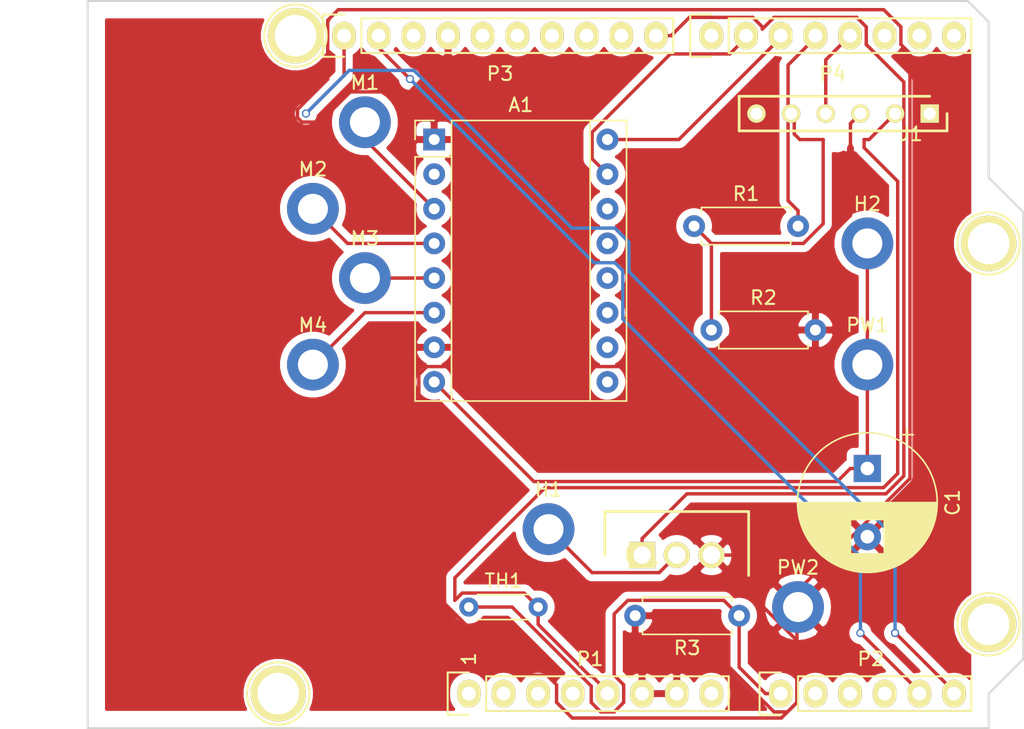
<source format=kicad_pcb>
(kicad_pcb (version 20171130) (host pcbnew "(5.1.4)-1")

  (general
    (thickness 1.6)
    (drawings 27)
    (tracks 161)
    (zones 0)
    (modules 24)
    (nets 49)
  )

  (page A4)
  (title_block
    (date "lun. 30 mars 2015")
  )

  (layers
    (0 F.Cu signal)
    (31 B.Cu signal)
    (32 B.Adhes user)
    (33 F.Adhes user)
    (34 B.Paste user)
    (35 F.Paste user)
    (36 B.SilkS user)
    (37 F.SilkS user)
    (38 B.Mask user)
    (39 F.Mask user)
    (40 Dwgs.User user)
    (41 Cmts.User user)
    (42 Eco1.User user)
    (43 Eco2.User user)
    (44 Edge.Cuts user)
    (45 Margin user)
    (46 B.CrtYd user)
    (47 F.CrtYd user)
    (48 B.Fab user)
    (49 F.Fab user)
  )

  (setup
    (last_trace_width 0.25)
    (trace_clearance 0.2)
    (zone_clearance 0.508)
    (zone_45_only no)
    (trace_min 0.2)
    (via_size 0.6)
    (via_drill 0.4)
    (via_min_size 0.4)
    (via_min_drill 0.3)
    (uvia_size 0.3)
    (uvia_drill 0.1)
    (uvias_allowed no)
    (uvia_min_size 0.2)
    (uvia_min_drill 0.1)
    (edge_width 0.15)
    (segment_width 0.15)
    (pcb_text_width 0.3)
    (pcb_text_size 1.5 1.5)
    (mod_edge_width 0.15)
    (mod_text_size 1 1)
    (mod_text_width 0.15)
    (pad_size 4.064 4.064)
    (pad_drill 3.048)
    (pad_to_mask_clearance 0)
    (aux_axis_origin 110.998 126.365)
    (visible_elements 7FFFFFFF)
    (pcbplotparams
      (layerselection 0x01000_ffffffff)
      (usegerberextensions false)
      (usegerberattributes false)
      (usegerberadvancedattributes false)
      (creategerberjobfile false)
      (excludeedgelayer true)
      (linewidth 0.100000)
      (plotframeref false)
      (viasonmask false)
      (mode 1)
      (useauxorigin false)
      (hpglpennumber 1)
      (hpglpenspeed 20)
      (hpglpendiameter 15.000000)
      (psnegative false)
      (psa4output false)
      (plotreference true)
      (plotvalue true)
      (plotinvisibletext false)
      (padsonsilk false)
      (subtractmaskfromsilk false)
      (outputformat 1)
      (mirror false)
      (drillshape 0)
      (scaleselection 1)
      (outputdirectory "makerspace/"))
  )

  (net 0 "")
  (net 1 /IOREF)
  (net 2 /Reset)
  (net 3 +5V)
  (net 4 GND)
  (net 5 /Vin)
  (net 6 /A0)
  (net 7 /A1)
  (net 8 /A2)
  (net 9 /A3)
  (net 10 /AREF)
  (net 11 "/A4(SDA)")
  (net 12 "/A5(SCL)")
  (net 13 "/9(**)")
  (net 14 /8)
  (net 15 /7)
  (net 16 "/6(**)")
  (net 17 "/5(**)")
  (net 18 /4)
  (net 19 "/3(**)")
  (net 20 /2)
  (net 21 "/1(Tx)")
  (net 22 "/0(Rx)")
  (net 23 "Net-(P5-Pad1)")
  (net 24 "Net-(P6-Pad1)")
  (net 25 "Net-(P7-Pad1)")
  (net 26 "Net-(P8-Pad1)")
  (net 27 "/13(SCK)")
  (net 28 "/10(**/SS)")
  (net 29 "Net-(P1-Pad1)")
  (net 30 +3V3)
  (net 31 "/12(MISO)")
  (net 32 "/11(**/MOSI)")
  (net 33 "Net-(A1-Pad9)")
  (net 34 "Net-(A1-Pad2)")
  (net 35 "Net-(A1-Pad10)")
  (net 36 "Net-(A1-Pad3)")
  (net 37 "Net-(A1-Pad11)")
  (net 38 "Net-(A1-Pad4)")
  (net 39 "Net-(A1-Pad12)")
  (net 40 "Net-(A1-Pad5)")
  (net 41 "Net-(A1-Pad13)")
  (net 42 "Net-(A1-Pad6)")
  (net 43 "Net-(A1-Pad14)")
  (net 44 "Net-(A1-Pad8)")
  (net 45 "Net-(H1-Pad1)")
  (net 46 "Net-(J1-Pad1)")
  (net 47 "Net-(J1-Pad5)")
  (net 48 "Net-(J1-Pad6)")

  (net_class Default "This is the default net class."
    (clearance 0.2)
    (trace_width 0.25)
    (via_dia 0.6)
    (via_drill 0.4)
    (uvia_dia 0.3)
    (uvia_drill 0.1)
    (add_net +3V3)
    (add_net +5V)
    (add_net "/0(Rx)")
    (add_net "/1(Tx)")
    (add_net "/10(**/SS)")
    (add_net "/11(**/MOSI)")
    (add_net "/12(MISO)")
    (add_net "/13(SCK)")
    (add_net /2)
    (add_net "/3(**)")
    (add_net /4)
    (add_net "/5(**)")
    (add_net "/6(**)")
    (add_net /7)
    (add_net /8)
    (add_net "/9(**)")
    (add_net /A0)
    (add_net /A1)
    (add_net /A2)
    (add_net /A3)
    (add_net "/A4(SDA)")
    (add_net "/A5(SCL)")
    (add_net /AREF)
    (add_net /IOREF)
    (add_net /Reset)
    (add_net /Vin)
    (add_net GND)
    (add_net "Net-(A1-Pad10)")
    (add_net "Net-(A1-Pad11)")
    (add_net "Net-(A1-Pad12)")
    (add_net "Net-(A1-Pad13)")
    (add_net "Net-(A1-Pad14)")
    (add_net "Net-(A1-Pad2)")
    (add_net "Net-(A1-Pad3)")
    (add_net "Net-(A1-Pad4)")
    (add_net "Net-(A1-Pad5)")
    (add_net "Net-(A1-Pad6)")
    (add_net "Net-(A1-Pad8)")
    (add_net "Net-(A1-Pad9)")
    (add_net "Net-(H1-Pad1)")
    (add_net "Net-(J1-Pad1)")
    (add_net "Net-(J1-Pad5)")
    (add_net "Net-(J1-Pad6)")
    (add_net "Net-(P1-Pad1)")
    (add_net "Net-(P5-Pad1)")
    (add_net "Net-(P6-Pad1)")
    (add_net "Net-(P7-Pad1)")
    (add_net "Net-(P8-Pad1)")
  )

  (module 90147-1106:SHDR6W70P0X254_1X6_1524X244X870P (layer F.Cu) (tedit 5DE6DF74) (tstamp 5DAF8A66)
    (at 172.72 81.28 180)
    (descr 90147-1106)
    (tags Connector)
    (path /5DAB849D)
    (fp_text reference J1 (at 1.375 -1.5) (layer F.SilkS)
      (effects (font (size 1 1) (thickness 0.15)))
    )
    (fp_text value HC-05 (at 6.35 -3.81) (layer F.Fab)
      (effects (font (size 1 1) (thickness 0.15)))
    )
    (fp_text user %R (at 0.75 2.5 90) (layer F.Fab)
      (effects (font (size 0.6 0.6) (thickness 0.09)))
    )
    (fp_line (start -1.52 1.52) (end -1.52 -1.52) (layer Dwgs.User) (width 0.05))
    (fp_line (start -1.52 -1.52) (end 14.22 -1.52) (layer Dwgs.User) (width 0.05))
    (fp_line (start 14.22 -1.52) (end 14.22 1.52) (layer Dwgs.User) (width 0.05))
    (fp_line (start 14.22 1.52) (end -1.52 1.52) (layer Dwgs.User) (width 0.05))
    (fp_line (start -1.27 1.27) (end -1.27 -1.27) (layer Dwgs.User) (width 0.1))
    (fp_line (start -1.27 -1.27) (end 13.97 -1.27) (layer Dwgs.User) (width 0.1))
    (fp_line (start 13.97 -1.27) (end 13.97 1.27) (layer Dwgs.User) (width 0.1))
    (fp_line (start 13.97 1.27) (end -1.27 1.27) (layer Dwgs.User) (width 0.1))
    (fp_line (start 0 1.27) (end 13.97 1.27) (layer F.SilkS) (width 0.2))
    (fp_line (start 13.97 1.27) (end 13.97 -1.27) (layer F.SilkS) (width 0.2))
    (fp_line (start 13.97 -1.27) (end -1.27 -1.27) (layer F.SilkS) (width 0.2))
    (fp_line (start -1.27 -1.27) (end -1.27 0) (layer F.SilkS) (width 0.2))
    (pad 1 thru_hole rect (at 0 0 270) (size 1.35 1.35) (drill 0.9) (layers *.Cu *.Mask F.SilkS)
      (net 46 "Net-(J1-Pad1)"))
    (pad 2 thru_hole circle (at 2.54 0 270) (size 1.35 1.35) (drill 0.9) (layers *.Cu *.Mask F.SilkS)
      (net 3 +5V))
    (pad 3 thru_hole circle (at 5.08 0 270) (size 1.35 1.35) (drill 0.9) (layers *.Cu *.Mask F.SilkS)
      (net 4 GND))
    (pad 4 thru_hole circle (at 7.62 0 270) (size 1.35 1.35) (drill 0.9) (layers *.Cu *.Mask F.SilkS)
      (net 19 "/3(**)"))
    (pad 5 thru_hole circle (at 10.16 0 270) (size 1.35 1.35) (drill 0.9) (layers *.Cu *.Mask F.SilkS)
      (net 47 "Net-(J1-Pad5)"))
    (pad 6 thru_hole circle (at 12.7 0 270) (size 1.35 1.35) (drill 0.9) (layers *.Cu *.Mask F.SilkS)
      (net 48 "Net-(J1-Pad6)"))
  )

  (module Resistor_THT:R_Axial_DIN0207_L6.3mm_D2.5mm_P7.62mm_Horizontal (layer F.Cu) (tedit 5AE5139B) (tstamp 5DAA6CAC)
    (at 155.448 89.535)
    (descr "Resistor, Axial_DIN0207 series, Axial, Horizontal, pin pitch=7.62mm, 0.25W = 1/4W, length*diameter=6.3*2.5mm^2, http://cdn-reichelt.de/documents/datenblatt/B400/1_4W%23YAG.pdf")
    (tags "Resistor Axial_DIN0207 series Axial Horizontal pin pitch 7.62mm 0.25W = 1/4W length 6.3mm diameter 2.5mm")
    (path /5DABD628)
    (fp_text reference R1 (at 3.81 -2.37) (layer F.SilkS)
      (effects (font (size 1 1) (thickness 0.15)))
    )
    (fp_text value 1K (at 3.81 2.37) (layer F.Fab)
      (effects (font (size 1 1) (thickness 0.15)))
    )
    (fp_line (start 0.66 -1.25) (end 0.66 1.25) (layer F.Fab) (width 0.1))
    (fp_line (start 0.66 1.25) (end 6.96 1.25) (layer F.Fab) (width 0.1))
    (fp_line (start 6.96 1.25) (end 6.96 -1.25) (layer F.Fab) (width 0.1))
    (fp_line (start 6.96 -1.25) (end 0.66 -1.25) (layer F.Fab) (width 0.1))
    (fp_line (start 0 0) (end 0.66 0) (layer F.Fab) (width 0.1))
    (fp_line (start 7.62 0) (end 6.96 0) (layer F.Fab) (width 0.1))
    (fp_line (start 0.54 -1.04) (end 0.54 -1.37) (layer F.SilkS) (width 0.12))
    (fp_line (start 0.54 -1.37) (end 7.08 -1.37) (layer F.SilkS) (width 0.12))
    (fp_line (start 7.08 -1.37) (end 7.08 -1.04) (layer F.SilkS) (width 0.12))
    (fp_line (start 0.54 1.04) (end 0.54 1.37) (layer F.SilkS) (width 0.12))
    (fp_line (start 0.54 1.37) (end 7.08 1.37) (layer F.SilkS) (width 0.12))
    (fp_line (start 7.08 1.37) (end 7.08 1.04) (layer F.SilkS) (width 0.12))
    (fp_line (start -1.05 -1.5) (end -1.05 1.5) (layer F.CrtYd) (width 0.05))
    (fp_line (start -1.05 1.5) (end 8.67 1.5) (layer F.CrtYd) (width 0.05))
    (fp_line (start 8.67 1.5) (end 8.67 -1.5) (layer F.CrtYd) (width 0.05))
    (fp_line (start 8.67 -1.5) (end -1.05 -1.5) (layer F.CrtYd) (width 0.05))
    (fp_text user %R (at 3.81 0) (layer F.Fab)
      (effects (font (size 1 1) (thickness 0.15)))
    )
    (pad 1 thru_hole circle (at 0 0) (size 1.6 1.6) (drill 0.8) (layers *.Cu *.Mask)
      (net 47 "Net-(J1-Pad5)"))
    (pad 2 thru_hole oval (at 7.62 0) (size 1.6 1.6) (drill 0.8) (layers *.Cu *.Mask)
      (net 18 /4))
    (model ${KISYS3DMOD}/Resistor_THT.3dshapes/R_Axial_DIN0207_L6.3mm_D2.5mm_P7.62mm_Horizontal.wrl
      (at (xyz 0 0 0))
      (scale (xyz 1 1 1))
      (rotate (xyz 0 0 0))
    )
  )

  (module Socket_Arduino_Uno:Socket_Strip_Arduino_1x08 locked (layer F.Cu) (tedit 552168D2) (tstamp 551AF9EA)
    (at 138.938 123.825)
    (descr "Through hole socket strip")
    (tags "socket strip")
    (path /56D70129)
    (fp_text reference P1 (at 8.89 -2.54) (layer F.SilkS)
      (effects (font (size 1 1) (thickness 0.15)))
    )
    (fp_text value Power (at 8.89 -4.064) (layer F.Fab)
      (effects (font (size 1 1) (thickness 0.15)))
    )
    (fp_line (start -1.75 -1.75) (end -1.75 1.75) (layer F.CrtYd) (width 0.05))
    (fp_line (start 19.55 -1.75) (end 19.55 1.75) (layer F.CrtYd) (width 0.05))
    (fp_line (start -1.75 -1.75) (end 19.55 -1.75) (layer F.CrtYd) (width 0.05))
    (fp_line (start -1.75 1.75) (end 19.55 1.75) (layer F.CrtYd) (width 0.05))
    (fp_line (start 1.27 1.27) (end 19.05 1.27) (layer F.SilkS) (width 0.15))
    (fp_line (start 19.05 1.27) (end 19.05 -1.27) (layer F.SilkS) (width 0.15))
    (fp_line (start 19.05 -1.27) (end 1.27 -1.27) (layer F.SilkS) (width 0.15))
    (fp_line (start -1.55 1.55) (end 0 1.55) (layer F.SilkS) (width 0.15))
    (fp_line (start 1.27 1.27) (end 1.27 -1.27) (layer F.SilkS) (width 0.15))
    (fp_line (start 0 -1.55) (end -1.55 -1.55) (layer F.SilkS) (width 0.15))
    (fp_line (start -1.55 -1.55) (end -1.55 1.55) (layer F.SilkS) (width 0.15))
    (pad 1 thru_hole oval (at 0 0) (size 1.7272 2.032) (drill 1.016) (layers *.Cu *.Mask F.SilkS)
      (net 29 "Net-(P1-Pad1)"))
    (pad 2 thru_hole oval (at 2.54 0) (size 1.7272 2.032) (drill 1.016) (layers *.Cu *.Mask F.SilkS)
      (net 1 /IOREF))
    (pad 3 thru_hole oval (at 5.08 0) (size 1.7272 2.032) (drill 1.016) (layers *.Cu *.Mask F.SilkS)
      (net 2 /Reset))
    (pad 4 thru_hole oval (at 7.62 0) (size 1.7272 2.032) (drill 1.016) (layers *.Cu *.Mask F.SilkS)
      (net 30 +3V3))
    (pad 5 thru_hole oval (at 10.16 0) (size 1.7272 2.032) (drill 1.016) (layers *.Cu *.Mask F.SilkS)
      (net 3 +5V))
    (pad 6 thru_hole oval (at 12.7 0) (size 1.7272 2.032) (drill 1.016) (layers *.Cu *.Mask F.SilkS)
      (net 4 GND))
    (pad 7 thru_hole oval (at 15.24 0) (size 1.7272 2.032) (drill 1.016) (layers *.Cu *.Mask F.SilkS)
      (net 4 GND))
    (pad 8 thru_hole oval (at 17.78 0) (size 1.7272 2.032) (drill 1.016) (layers *.Cu *.Mask F.SilkS)
      (net 5 /Vin))
    (model ${KIPRJMOD}/Socket_Arduino_Uno.3dshapes/Socket_header_Arduino_1x08.wrl
      (offset (xyz 8.889999866485596 0 0))
      (scale (xyz 1 1 1))
      (rotate (xyz 0 0 180))
    )
  )

  (module Socket_Arduino_Uno:Socket_Strip_Arduino_1x06 locked (layer F.Cu) (tedit 552168D6) (tstamp 551AF9FF)
    (at 161.798 123.825)
    (descr "Through hole socket strip")
    (tags "socket strip")
    (path /56D70DD8)
    (fp_text reference P2 (at 6.604 -2.54) (layer F.SilkS)
      (effects (font (size 1 1) (thickness 0.15)))
    )
    (fp_text value Analog (at 6.604 -4.064) (layer F.Fab)
      (effects (font (size 1 1) (thickness 0.15)))
    )
    (fp_line (start -1.75 -1.75) (end -1.75 1.75) (layer F.CrtYd) (width 0.05))
    (fp_line (start 14.45 -1.75) (end 14.45 1.75) (layer F.CrtYd) (width 0.05))
    (fp_line (start -1.75 -1.75) (end 14.45 -1.75) (layer F.CrtYd) (width 0.05))
    (fp_line (start -1.75 1.75) (end 14.45 1.75) (layer F.CrtYd) (width 0.05))
    (fp_line (start 1.27 1.27) (end 13.97 1.27) (layer F.SilkS) (width 0.15))
    (fp_line (start 13.97 1.27) (end 13.97 -1.27) (layer F.SilkS) (width 0.15))
    (fp_line (start 13.97 -1.27) (end 1.27 -1.27) (layer F.SilkS) (width 0.15))
    (fp_line (start -1.55 1.55) (end 0 1.55) (layer F.SilkS) (width 0.15))
    (fp_line (start 1.27 1.27) (end 1.27 -1.27) (layer F.SilkS) (width 0.15))
    (fp_line (start 0 -1.55) (end -1.55 -1.55) (layer F.SilkS) (width 0.15))
    (fp_line (start -1.55 -1.55) (end -1.55 1.55) (layer F.SilkS) (width 0.15))
    (pad 1 thru_hole oval (at 0 0) (size 1.7272 2.032) (drill 1.016) (layers *.Cu *.Mask F.SilkS)
      (net 6 /A0))
    (pad 2 thru_hole oval (at 2.54 0) (size 1.7272 2.032) (drill 1.016) (layers *.Cu *.Mask F.SilkS)
      (net 7 /A1))
    (pad 3 thru_hole oval (at 5.08 0) (size 1.7272 2.032) (drill 1.016) (layers *.Cu *.Mask F.SilkS)
      (net 8 /A2))
    (pad 4 thru_hole oval (at 7.62 0) (size 1.7272 2.032) (drill 1.016) (layers *.Cu *.Mask F.SilkS)
      (net 9 /A3))
    (pad 5 thru_hole oval (at 10.16 0) (size 1.7272 2.032) (drill 1.016) (layers *.Cu *.Mask F.SilkS)
      (net 11 "/A4(SDA)"))
    (pad 6 thru_hole oval (at 12.7 0) (size 1.7272 2.032) (drill 1.016) (layers *.Cu *.Mask F.SilkS)
      (net 12 "/A5(SCL)"))
    (model ${KIPRJMOD}/Socket_Arduino_Uno.3dshapes/Socket_header_Arduino_1x06.wrl
      (offset (xyz 6.349999904632568 0 0))
      (scale (xyz 1 1 1))
      (rotate (xyz 0 0 180))
    )
  )

  (module Socket_Arduino_Uno:Socket_Strip_Arduino_1x10 locked (layer F.Cu) (tedit 552168BF) (tstamp 551AFA18)
    (at 129.794 75.565)
    (descr "Through hole socket strip")
    (tags "socket strip")
    (path /56D721E0)
    (fp_text reference P3 (at 11.43 2.794) (layer F.SilkS)
      (effects (font (size 1 1) (thickness 0.15)))
    )
    (fp_text value Digital (at 11.43 4.318) (layer F.Fab)
      (effects (font (size 1 1) (thickness 0.15)))
    )
    (fp_line (start -1.75 -1.75) (end -1.75 1.75) (layer F.CrtYd) (width 0.05))
    (fp_line (start 24.65 -1.75) (end 24.65 1.75) (layer F.CrtYd) (width 0.05))
    (fp_line (start -1.75 -1.75) (end 24.65 -1.75) (layer F.CrtYd) (width 0.05))
    (fp_line (start -1.75 1.75) (end 24.65 1.75) (layer F.CrtYd) (width 0.05))
    (fp_line (start 1.27 1.27) (end 24.13 1.27) (layer F.SilkS) (width 0.15))
    (fp_line (start 24.13 1.27) (end 24.13 -1.27) (layer F.SilkS) (width 0.15))
    (fp_line (start 24.13 -1.27) (end 1.27 -1.27) (layer F.SilkS) (width 0.15))
    (fp_line (start -1.55 1.55) (end 0 1.55) (layer F.SilkS) (width 0.15))
    (fp_line (start 1.27 1.27) (end 1.27 -1.27) (layer F.SilkS) (width 0.15))
    (fp_line (start 0 -1.55) (end -1.55 -1.55) (layer F.SilkS) (width 0.15))
    (fp_line (start -1.55 -1.55) (end -1.55 1.55) (layer F.SilkS) (width 0.15))
    (pad 1 thru_hole oval (at 0 0) (size 1.7272 2.032) (drill 1.016) (layers *.Cu *.Mask F.SilkS)
      (net 12 "/A5(SCL)"))
    (pad 2 thru_hole oval (at 2.54 0) (size 1.7272 2.032) (drill 1.016) (layers *.Cu *.Mask F.SilkS)
      (net 11 "/A4(SDA)"))
    (pad 3 thru_hole oval (at 5.08 0) (size 1.7272 2.032) (drill 1.016) (layers *.Cu *.Mask F.SilkS)
      (net 10 /AREF))
    (pad 4 thru_hole oval (at 7.62 0) (size 1.7272 2.032) (drill 1.016) (layers *.Cu *.Mask F.SilkS)
      (net 4 GND))
    (pad 5 thru_hole oval (at 10.16 0) (size 1.7272 2.032) (drill 1.016) (layers *.Cu *.Mask F.SilkS)
      (net 27 "/13(SCK)"))
    (pad 6 thru_hole oval (at 12.7 0) (size 1.7272 2.032) (drill 1.016) (layers *.Cu *.Mask F.SilkS)
      (net 31 "/12(MISO)"))
    (pad 7 thru_hole oval (at 15.24 0) (size 1.7272 2.032) (drill 1.016) (layers *.Cu *.Mask F.SilkS)
      (net 32 "/11(**/MOSI)"))
    (pad 8 thru_hole oval (at 17.78 0) (size 1.7272 2.032) (drill 1.016) (layers *.Cu *.Mask F.SilkS)
      (net 28 "/10(**/SS)"))
    (pad 9 thru_hole oval (at 20.32 0) (size 1.7272 2.032) (drill 1.016) (layers *.Cu *.Mask F.SilkS)
      (net 13 "/9(**)"))
    (pad 10 thru_hole oval (at 22.86 0) (size 1.7272 2.032) (drill 1.016) (layers *.Cu *.Mask F.SilkS)
      (net 14 /8))
    (model ${KIPRJMOD}/Socket_Arduino_Uno.3dshapes/Socket_header_Arduino_1x10.wrl
      (offset (xyz 11.42999982833862 0 0))
      (scale (xyz 1 1 1))
      (rotate (xyz 0 0 180))
    )
  )

  (module Socket_Arduino_Uno:Socket_Strip_Arduino_1x08 locked (layer F.Cu) (tedit 552168C7) (tstamp 551AFA2F)
    (at 156.718 75.565)
    (descr "Through hole socket strip")
    (tags "socket strip")
    (path /56D7164F)
    (fp_text reference P4 (at 8.89 2.794) (layer F.SilkS)
      (effects (font (size 1 1) (thickness 0.15)))
    )
    (fp_text value Digital (at 8.89 4.318) (layer F.Fab)
      (effects (font (size 1 1) (thickness 0.15)))
    )
    (fp_line (start -1.75 -1.75) (end -1.75 1.75) (layer F.CrtYd) (width 0.05))
    (fp_line (start 19.55 -1.75) (end 19.55 1.75) (layer F.CrtYd) (width 0.05))
    (fp_line (start -1.75 -1.75) (end 19.55 -1.75) (layer F.CrtYd) (width 0.05))
    (fp_line (start -1.75 1.75) (end 19.55 1.75) (layer F.CrtYd) (width 0.05))
    (fp_line (start 1.27 1.27) (end 19.05 1.27) (layer F.SilkS) (width 0.15))
    (fp_line (start 19.05 1.27) (end 19.05 -1.27) (layer F.SilkS) (width 0.15))
    (fp_line (start 19.05 -1.27) (end 1.27 -1.27) (layer F.SilkS) (width 0.15))
    (fp_line (start -1.55 1.55) (end 0 1.55) (layer F.SilkS) (width 0.15))
    (fp_line (start 1.27 1.27) (end 1.27 -1.27) (layer F.SilkS) (width 0.15))
    (fp_line (start 0 -1.55) (end -1.55 -1.55) (layer F.SilkS) (width 0.15))
    (fp_line (start -1.55 -1.55) (end -1.55 1.55) (layer F.SilkS) (width 0.15))
    (pad 1 thru_hole oval (at 0 0) (size 1.7272 2.032) (drill 1.016) (layers *.Cu *.Mask F.SilkS)
      (net 15 /7))
    (pad 2 thru_hole oval (at 2.54 0) (size 1.7272 2.032) (drill 1.016) (layers *.Cu *.Mask F.SilkS)
      (net 16 "/6(**)"))
    (pad 3 thru_hole oval (at 5.08 0) (size 1.7272 2.032) (drill 1.016) (layers *.Cu *.Mask F.SilkS)
      (net 17 "/5(**)"))
    (pad 4 thru_hole oval (at 7.62 0) (size 1.7272 2.032) (drill 1.016) (layers *.Cu *.Mask F.SilkS)
      (net 18 /4))
    (pad 5 thru_hole oval (at 10.16 0) (size 1.7272 2.032) (drill 1.016) (layers *.Cu *.Mask F.SilkS)
      (net 19 "/3(**)"))
    (pad 6 thru_hole oval (at 12.7 0) (size 1.7272 2.032) (drill 1.016) (layers *.Cu *.Mask F.SilkS)
      (net 20 /2))
    (pad 7 thru_hole oval (at 15.24 0) (size 1.7272 2.032) (drill 1.016) (layers *.Cu *.Mask F.SilkS)
      (net 21 "/1(Tx)"))
    (pad 8 thru_hole oval (at 17.78 0) (size 1.7272 2.032) (drill 1.016) (layers *.Cu *.Mask F.SilkS)
      (net 22 "/0(Rx)"))
    (model ${KIPRJMOD}/Socket_Arduino_Uno.3dshapes/Socket_header_Arduino_1x08.wrl
      (offset (xyz 8.889999866485596 0 0))
      (scale (xyz 1 1 1))
      (rotate (xyz 0 0 180))
    )
  )

  (module Socket_Arduino_Uno:Arduino_1pin locked (layer F.Cu) (tedit 5524FC39) (tstamp 5524FC3F)
    (at 124.968 123.825)
    (descr "module 1 pin (ou trou mecanique de percage)")
    (tags DEV)
    (path /56D71177)
    (fp_text reference P5 (at 0 -3.048) (layer F.SilkS) hide
      (effects (font (size 1 1) (thickness 0.15)))
    )
    (fp_text value CONN_01X01 (at 0 2.794) (layer F.Fab) hide
      (effects (font (size 1 1) (thickness 0.15)))
    )
    (fp_circle (center 0 0) (end 0 -2.286) (layer F.SilkS) (width 0.15))
    (pad 1 thru_hole circle (at 0 0) (size 4.064 4.064) (drill 3.048) (layers *.Cu *.Mask F.SilkS)
      (net 23 "Net-(P5-Pad1)"))
  )

  (module Socket_Arduino_Uno:Arduino_1pin locked (layer F.Cu) (tedit 5524FC4A) (tstamp 5524FC44)
    (at 177.038 118.745)
    (descr "module 1 pin (ou trou mecanique de percage)")
    (tags DEV)
    (path /56D71274)
    (fp_text reference P6 (at 0 -3.048) (layer F.SilkS) hide
      (effects (font (size 1 1) (thickness 0.15)))
    )
    (fp_text value CONN_01X01 (at 0 2.794) (layer F.Fab) hide
      (effects (font (size 1 1) (thickness 0.15)))
    )
    (fp_circle (center 0 0) (end 0 -2.286) (layer F.SilkS) (width 0.15))
    (pad 1 thru_hole circle (at 0 0) (size 4.064 4.064) (drill 3.048) (layers *.Cu *.Mask F.SilkS)
      (net 24 "Net-(P6-Pad1)"))
  )

  (module Socket_Arduino_Uno:Arduino_1pin locked (layer F.Cu) (tedit 5524FC2F) (tstamp 5524FC49)
    (at 126.238 75.565)
    (descr "module 1 pin (ou trou mecanique de percage)")
    (tags DEV)
    (path /56D712A8)
    (fp_text reference P7 (at 0 -3.048) (layer F.SilkS) hide
      (effects (font (size 1 1) (thickness 0.15)))
    )
    (fp_text value CONN_01X01 (at 0 2.794) (layer F.Fab) hide
      (effects (font (size 1 1) (thickness 0.15)))
    )
    (fp_circle (center 0 0) (end 0 -2.286) (layer F.SilkS) (width 0.15))
    (pad 1 thru_hole circle (at 0 0) (size 4.064 4.064) (drill 3.048) (layers *.Cu *.Mask F.SilkS)
      (net 25 "Net-(P7-Pad1)"))
  )

  (module Socket_Arduino_Uno:Arduino_1pin locked (layer F.Cu) (tedit 5524FC41) (tstamp 5524FC4E)
    (at 177.038 90.805)
    (descr "module 1 pin (ou trou mecanique de percage)")
    (tags DEV)
    (path /56D712DB)
    (fp_text reference P8 (at 0 -3.048) (layer F.SilkS) hide
      (effects (font (size 1 1) (thickness 0.15)))
    )
    (fp_text value CONN_01X01 (at 0 2.794) (layer F.Fab) hide
      (effects (font (size 1 1) (thickness 0.15)))
    )
    (fp_circle (center 0 0) (end 0 -2.286) (layer F.SilkS) (width 0.15))
    (pad 1 thru_hole circle (at 0 0) (size 4.064 4.064) (drill 3.048) (layers *.Cu *.Mask F.SilkS)
      (net 26 "Net-(P8-Pad1)"))
  )

  (module Module:Pololu_Breakout-16_15.2x20.3mm (layer F.Cu) (tedit 58AB602C) (tstamp 5DAA6B1F)
    (at 136.398 83.185)
    (descr "Pololu Breakout 16-pin 15.2x20.3mm 0.6x0.8\\")
    (tags "Pololu Breakout")
    (path /5DA655EE)
    (fp_text reference A1 (at 6.35 -2.54) (layer F.SilkS)
      (effects (font (size 1 1) (thickness 0.15)))
    )
    (fp_text value Pololu_Breakout_A4988 (at 6.35 20.17) (layer F.Fab)
      (effects (font (size 1 1) (thickness 0.15)))
    )
    (fp_text user %R (at 6.35 0) (layer F.Fab)
      (effects (font (size 1 1) (thickness 0.15)))
    )
    (fp_line (start 11.43 -1.4) (end 11.43 19.18) (layer F.SilkS) (width 0.12))
    (fp_line (start 1.27 1.27) (end 1.27 19.18) (layer F.SilkS) (width 0.12))
    (fp_line (start 0 -1.4) (end -1.4 -1.4) (layer F.SilkS) (width 0.12))
    (fp_line (start -1.4 -1.4) (end -1.4 0) (layer F.SilkS) (width 0.12))
    (fp_line (start 1.27 -1.4) (end 1.27 1.27) (layer F.SilkS) (width 0.12))
    (fp_line (start 1.27 1.27) (end -1.4 1.27) (layer F.SilkS) (width 0.12))
    (fp_line (start -1.4 1.27) (end -1.4 19.18) (layer F.SilkS) (width 0.12))
    (fp_line (start -1.4 19.18) (end 14.1 19.18) (layer F.SilkS) (width 0.12))
    (fp_line (start 14.1 19.18) (end 14.1 -1.4) (layer F.SilkS) (width 0.12))
    (fp_line (start 14.1 -1.4) (end 1.27 -1.4) (layer F.SilkS) (width 0.12))
    (fp_line (start -1.27 0) (end 0 -1.27) (layer F.Fab) (width 0.1))
    (fp_line (start 0 -1.27) (end 13.97 -1.27) (layer F.Fab) (width 0.1))
    (fp_line (start 13.97 -1.27) (end 13.97 19.05) (layer F.Fab) (width 0.1))
    (fp_line (start 13.97 19.05) (end -1.27 19.05) (layer F.Fab) (width 0.1))
    (fp_line (start -1.27 19.05) (end -1.27 0) (layer F.Fab) (width 0.1))
    (fp_line (start -1.53 -1.52) (end 14.21 -1.52) (layer F.CrtYd) (width 0.05))
    (fp_line (start -1.53 -1.52) (end -1.53 19.3) (layer F.CrtYd) (width 0.05))
    (fp_line (start 14.21 19.3) (end 14.21 -1.52) (layer F.CrtYd) (width 0.05))
    (fp_line (start 14.21 19.3) (end -1.53 19.3) (layer F.CrtYd) (width 0.05))
    (pad 1 thru_hole rect (at 0 0) (size 1.6 1.6) (drill 0.8) (layers *.Cu *.Mask)
      (net 4 GND))
    (pad 9 thru_hole oval (at 12.7 17.78) (size 1.6 1.6) (drill 0.8) (layers *.Cu *.Mask)
      (net 33 "Net-(A1-Pad9)"))
    (pad 2 thru_hole oval (at 0 2.54) (size 1.6 1.6) (drill 0.8) (layers *.Cu *.Mask)
      (net 34 "Net-(A1-Pad2)"))
    (pad 10 thru_hole oval (at 12.7 15.24) (size 1.6 1.6) (drill 0.8) (layers *.Cu *.Mask)
      (net 35 "Net-(A1-Pad10)"))
    (pad 3 thru_hole oval (at 0 5.08) (size 1.6 1.6) (drill 0.8) (layers *.Cu *.Mask)
      (net 36 "Net-(A1-Pad3)"))
    (pad 11 thru_hole oval (at 12.7 12.7) (size 1.6 1.6) (drill 0.8) (layers *.Cu *.Mask)
      (net 37 "Net-(A1-Pad11)"))
    (pad 4 thru_hole oval (at 0 7.62) (size 1.6 1.6) (drill 0.8) (layers *.Cu *.Mask)
      (net 38 "Net-(A1-Pad4)"))
    (pad 12 thru_hole oval (at 12.7 10.16) (size 1.6 1.6) (drill 0.8) (layers *.Cu *.Mask)
      (net 39 "Net-(A1-Pad12)"))
    (pad 5 thru_hole oval (at 0 10.16) (size 1.6 1.6) (drill 0.8) (layers *.Cu *.Mask)
      (net 40 "Net-(A1-Pad5)"))
    (pad 13 thru_hole oval (at 12.7 7.62) (size 1.6 1.6) (drill 0.8) (layers *.Cu *.Mask)
      (net 41 "Net-(A1-Pad13)"))
    (pad 6 thru_hole oval (at 0 12.7) (size 1.6 1.6) (drill 0.8) (layers *.Cu *.Mask)
      (net 42 "Net-(A1-Pad6)"))
    (pad 14 thru_hole oval (at 12.7 5.08) (size 1.6 1.6) (drill 0.8) (layers *.Cu *.Mask)
      (net 43 "Net-(A1-Pad14)"))
    (pad 7 thru_hole oval (at 0 15.24) (size 1.6 1.6) (drill 0.8) (layers *.Cu *.Mask)
      (net 4 GND))
    (pad 15 thru_hole oval (at 12.7 2.54) (size 1.6 1.6) (drill 0.8) (layers *.Cu *.Mask)
      (net 16 "/6(**)"))
    (pad 8 thru_hole oval (at 0 17.78) (size 1.6 1.6) (drill 0.8) (layers *.Cu *.Mask)
      (net 44 "Net-(A1-Pad8)"))
    (pad 16 thru_hole oval (at 12.7 0) (size 1.6 1.6) (drill 0.8) (layers *.Cu *.Mask)
      (net 17 "/5(**)"))
    (model ${KISYS3DMOD}/Module.3dshapes/Pololu_Breakout-16_15.2x20.3mm.wrl
      (at (xyz 0 0 0))
      (scale (xyz 1 1 1))
      (rotate (xyz 0 0 0))
    )
  )

  (module Capacitor_THT:CP_Radial_D10.0mm_P5.00mm (layer F.Cu) (tedit 5AE50EF1) (tstamp 5DAA6BEB)
    (at 168.148 107.315 270)
    (descr "CP, Radial series, Radial, pin pitch=5.00mm, , diameter=10mm, Electrolytic Capacitor")
    (tags "CP Radial series Radial pin pitch 5.00mm  diameter 10mm Electrolytic Capacitor")
    (path /5DAC7741)
    (fp_text reference C1 (at 2.5 -6.25 90) (layer F.SilkS)
      (effects (font (size 1 1) (thickness 0.15)))
    )
    (fp_text value 100uF (at 2.5 6.25 90) (layer F.Fab)
      (effects (font (size 1 1) (thickness 0.15)))
    )
    (fp_circle (center 2.5 0) (end 7.5 0) (layer F.Fab) (width 0.1))
    (fp_circle (center 2.5 0) (end 7.62 0) (layer F.SilkS) (width 0.12))
    (fp_circle (center 2.5 0) (end 7.75 0) (layer F.CrtYd) (width 0.05))
    (fp_line (start -1.788861 -2.1875) (end -0.788861 -2.1875) (layer F.Fab) (width 0.1))
    (fp_line (start -1.288861 -2.6875) (end -1.288861 -1.6875) (layer F.Fab) (width 0.1))
    (fp_line (start 2.5 -5.08) (end 2.5 5.08) (layer F.SilkS) (width 0.12))
    (fp_line (start 2.54 -5.08) (end 2.54 5.08) (layer F.SilkS) (width 0.12))
    (fp_line (start 2.58 -5.08) (end 2.58 5.08) (layer F.SilkS) (width 0.12))
    (fp_line (start 2.62 -5.079) (end 2.62 5.079) (layer F.SilkS) (width 0.12))
    (fp_line (start 2.66 -5.078) (end 2.66 5.078) (layer F.SilkS) (width 0.12))
    (fp_line (start 2.7 -5.077) (end 2.7 5.077) (layer F.SilkS) (width 0.12))
    (fp_line (start 2.74 -5.075) (end 2.74 5.075) (layer F.SilkS) (width 0.12))
    (fp_line (start 2.78 -5.073) (end 2.78 5.073) (layer F.SilkS) (width 0.12))
    (fp_line (start 2.82 -5.07) (end 2.82 5.07) (layer F.SilkS) (width 0.12))
    (fp_line (start 2.86 -5.068) (end 2.86 5.068) (layer F.SilkS) (width 0.12))
    (fp_line (start 2.9 -5.065) (end 2.9 5.065) (layer F.SilkS) (width 0.12))
    (fp_line (start 2.94 -5.062) (end 2.94 5.062) (layer F.SilkS) (width 0.12))
    (fp_line (start 2.98 -5.058) (end 2.98 5.058) (layer F.SilkS) (width 0.12))
    (fp_line (start 3.02 -5.054) (end 3.02 5.054) (layer F.SilkS) (width 0.12))
    (fp_line (start 3.06 -5.05) (end 3.06 5.05) (layer F.SilkS) (width 0.12))
    (fp_line (start 3.1 -5.045) (end 3.1 5.045) (layer F.SilkS) (width 0.12))
    (fp_line (start 3.14 -5.04) (end 3.14 5.04) (layer F.SilkS) (width 0.12))
    (fp_line (start 3.18 -5.035) (end 3.18 5.035) (layer F.SilkS) (width 0.12))
    (fp_line (start 3.221 -5.03) (end 3.221 5.03) (layer F.SilkS) (width 0.12))
    (fp_line (start 3.261 -5.024) (end 3.261 5.024) (layer F.SilkS) (width 0.12))
    (fp_line (start 3.301 -5.018) (end 3.301 5.018) (layer F.SilkS) (width 0.12))
    (fp_line (start 3.341 -5.011) (end 3.341 5.011) (layer F.SilkS) (width 0.12))
    (fp_line (start 3.381 -5.004) (end 3.381 5.004) (layer F.SilkS) (width 0.12))
    (fp_line (start 3.421 -4.997) (end 3.421 4.997) (layer F.SilkS) (width 0.12))
    (fp_line (start 3.461 -4.99) (end 3.461 4.99) (layer F.SilkS) (width 0.12))
    (fp_line (start 3.501 -4.982) (end 3.501 4.982) (layer F.SilkS) (width 0.12))
    (fp_line (start 3.541 -4.974) (end 3.541 4.974) (layer F.SilkS) (width 0.12))
    (fp_line (start 3.581 -4.965) (end 3.581 4.965) (layer F.SilkS) (width 0.12))
    (fp_line (start 3.621 -4.956) (end 3.621 4.956) (layer F.SilkS) (width 0.12))
    (fp_line (start 3.661 -4.947) (end 3.661 4.947) (layer F.SilkS) (width 0.12))
    (fp_line (start 3.701 -4.938) (end 3.701 4.938) (layer F.SilkS) (width 0.12))
    (fp_line (start 3.741 -4.928) (end 3.741 4.928) (layer F.SilkS) (width 0.12))
    (fp_line (start 3.781 -4.918) (end 3.781 -1.241) (layer F.SilkS) (width 0.12))
    (fp_line (start 3.781 1.241) (end 3.781 4.918) (layer F.SilkS) (width 0.12))
    (fp_line (start 3.821 -4.907) (end 3.821 -1.241) (layer F.SilkS) (width 0.12))
    (fp_line (start 3.821 1.241) (end 3.821 4.907) (layer F.SilkS) (width 0.12))
    (fp_line (start 3.861 -4.897) (end 3.861 -1.241) (layer F.SilkS) (width 0.12))
    (fp_line (start 3.861 1.241) (end 3.861 4.897) (layer F.SilkS) (width 0.12))
    (fp_line (start 3.901 -4.885) (end 3.901 -1.241) (layer F.SilkS) (width 0.12))
    (fp_line (start 3.901 1.241) (end 3.901 4.885) (layer F.SilkS) (width 0.12))
    (fp_line (start 3.941 -4.874) (end 3.941 -1.241) (layer F.SilkS) (width 0.12))
    (fp_line (start 3.941 1.241) (end 3.941 4.874) (layer F.SilkS) (width 0.12))
    (fp_line (start 3.981 -4.862) (end 3.981 -1.241) (layer F.SilkS) (width 0.12))
    (fp_line (start 3.981 1.241) (end 3.981 4.862) (layer F.SilkS) (width 0.12))
    (fp_line (start 4.021 -4.85) (end 4.021 -1.241) (layer F.SilkS) (width 0.12))
    (fp_line (start 4.021 1.241) (end 4.021 4.85) (layer F.SilkS) (width 0.12))
    (fp_line (start 4.061 -4.837) (end 4.061 -1.241) (layer F.SilkS) (width 0.12))
    (fp_line (start 4.061 1.241) (end 4.061 4.837) (layer F.SilkS) (width 0.12))
    (fp_line (start 4.101 -4.824) (end 4.101 -1.241) (layer F.SilkS) (width 0.12))
    (fp_line (start 4.101 1.241) (end 4.101 4.824) (layer F.SilkS) (width 0.12))
    (fp_line (start 4.141 -4.811) (end 4.141 -1.241) (layer F.SilkS) (width 0.12))
    (fp_line (start 4.141 1.241) (end 4.141 4.811) (layer F.SilkS) (width 0.12))
    (fp_line (start 4.181 -4.797) (end 4.181 -1.241) (layer F.SilkS) (width 0.12))
    (fp_line (start 4.181 1.241) (end 4.181 4.797) (layer F.SilkS) (width 0.12))
    (fp_line (start 4.221 -4.783) (end 4.221 -1.241) (layer F.SilkS) (width 0.12))
    (fp_line (start 4.221 1.241) (end 4.221 4.783) (layer F.SilkS) (width 0.12))
    (fp_line (start 4.261 -4.768) (end 4.261 -1.241) (layer F.SilkS) (width 0.12))
    (fp_line (start 4.261 1.241) (end 4.261 4.768) (layer F.SilkS) (width 0.12))
    (fp_line (start 4.301 -4.754) (end 4.301 -1.241) (layer F.SilkS) (width 0.12))
    (fp_line (start 4.301 1.241) (end 4.301 4.754) (layer F.SilkS) (width 0.12))
    (fp_line (start 4.341 -4.738) (end 4.341 -1.241) (layer F.SilkS) (width 0.12))
    (fp_line (start 4.341 1.241) (end 4.341 4.738) (layer F.SilkS) (width 0.12))
    (fp_line (start 4.381 -4.723) (end 4.381 -1.241) (layer F.SilkS) (width 0.12))
    (fp_line (start 4.381 1.241) (end 4.381 4.723) (layer F.SilkS) (width 0.12))
    (fp_line (start 4.421 -4.707) (end 4.421 -1.241) (layer F.SilkS) (width 0.12))
    (fp_line (start 4.421 1.241) (end 4.421 4.707) (layer F.SilkS) (width 0.12))
    (fp_line (start 4.461 -4.69) (end 4.461 -1.241) (layer F.SilkS) (width 0.12))
    (fp_line (start 4.461 1.241) (end 4.461 4.69) (layer F.SilkS) (width 0.12))
    (fp_line (start 4.501 -4.674) (end 4.501 -1.241) (layer F.SilkS) (width 0.12))
    (fp_line (start 4.501 1.241) (end 4.501 4.674) (layer F.SilkS) (width 0.12))
    (fp_line (start 4.541 -4.657) (end 4.541 -1.241) (layer F.SilkS) (width 0.12))
    (fp_line (start 4.541 1.241) (end 4.541 4.657) (layer F.SilkS) (width 0.12))
    (fp_line (start 4.581 -4.639) (end 4.581 -1.241) (layer F.SilkS) (width 0.12))
    (fp_line (start 4.581 1.241) (end 4.581 4.639) (layer F.SilkS) (width 0.12))
    (fp_line (start 4.621 -4.621) (end 4.621 -1.241) (layer F.SilkS) (width 0.12))
    (fp_line (start 4.621 1.241) (end 4.621 4.621) (layer F.SilkS) (width 0.12))
    (fp_line (start 4.661 -4.603) (end 4.661 -1.241) (layer F.SilkS) (width 0.12))
    (fp_line (start 4.661 1.241) (end 4.661 4.603) (layer F.SilkS) (width 0.12))
    (fp_line (start 4.701 -4.584) (end 4.701 -1.241) (layer F.SilkS) (width 0.12))
    (fp_line (start 4.701 1.241) (end 4.701 4.584) (layer F.SilkS) (width 0.12))
    (fp_line (start 4.741 -4.564) (end 4.741 -1.241) (layer F.SilkS) (width 0.12))
    (fp_line (start 4.741 1.241) (end 4.741 4.564) (layer F.SilkS) (width 0.12))
    (fp_line (start 4.781 -4.545) (end 4.781 -1.241) (layer F.SilkS) (width 0.12))
    (fp_line (start 4.781 1.241) (end 4.781 4.545) (layer F.SilkS) (width 0.12))
    (fp_line (start 4.821 -4.525) (end 4.821 -1.241) (layer F.SilkS) (width 0.12))
    (fp_line (start 4.821 1.241) (end 4.821 4.525) (layer F.SilkS) (width 0.12))
    (fp_line (start 4.861 -4.504) (end 4.861 -1.241) (layer F.SilkS) (width 0.12))
    (fp_line (start 4.861 1.241) (end 4.861 4.504) (layer F.SilkS) (width 0.12))
    (fp_line (start 4.901 -4.483) (end 4.901 -1.241) (layer F.SilkS) (width 0.12))
    (fp_line (start 4.901 1.241) (end 4.901 4.483) (layer F.SilkS) (width 0.12))
    (fp_line (start 4.941 -4.462) (end 4.941 -1.241) (layer F.SilkS) (width 0.12))
    (fp_line (start 4.941 1.241) (end 4.941 4.462) (layer F.SilkS) (width 0.12))
    (fp_line (start 4.981 -4.44) (end 4.981 -1.241) (layer F.SilkS) (width 0.12))
    (fp_line (start 4.981 1.241) (end 4.981 4.44) (layer F.SilkS) (width 0.12))
    (fp_line (start 5.021 -4.417) (end 5.021 -1.241) (layer F.SilkS) (width 0.12))
    (fp_line (start 5.021 1.241) (end 5.021 4.417) (layer F.SilkS) (width 0.12))
    (fp_line (start 5.061 -4.395) (end 5.061 -1.241) (layer F.SilkS) (width 0.12))
    (fp_line (start 5.061 1.241) (end 5.061 4.395) (layer F.SilkS) (width 0.12))
    (fp_line (start 5.101 -4.371) (end 5.101 -1.241) (layer F.SilkS) (width 0.12))
    (fp_line (start 5.101 1.241) (end 5.101 4.371) (layer F.SilkS) (width 0.12))
    (fp_line (start 5.141 -4.347) (end 5.141 -1.241) (layer F.SilkS) (width 0.12))
    (fp_line (start 5.141 1.241) (end 5.141 4.347) (layer F.SilkS) (width 0.12))
    (fp_line (start 5.181 -4.323) (end 5.181 -1.241) (layer F.SilkS) (width 0.12))
    (fp_line (start 5.181 1.241) (end 5.181 4.323) (layer F.SilkS) (width 0.12))
    (fp_line (start 5.221 -4.298) (end 5.221 -1.241) (layer F.SilkS) (width 0.12))
    (fp_line (start 5.221 1.241) (end 5.221 4.298) (layer F.SilkS) (width 0.12))
    (fp_line (start 5.261 -4.273) (end 5.261 -1.241) (layer F.SilkS) (width 0.12))
    (fp_line (start 5.261 1.241) (end 5.261 4.273) (layer F.SilkS) (width 0.12))
    (fp_line (start 5.301 -4.247) (end 5.301 -1.241) (layer F.SilkS) (width 0.12))
    (fp_line (start 5.301 1.241) (end 5.301 4.247) (layer F.SilkS) (width 0.12))
    (fp_line (start 5.341 -4.221) (end 5.341 -1.241) (layer F.SilkS) (width 0.12))
    (fp_line (start 5.341 1.241) (end 5.341 4.221) (layer F.SilkS) (width 0.12))
    (fp_line (start 5.381 -4.194) (end 5.381 -1.241) (layer F.SilkS) (width 0.12))
    (fp_line (start 5.381 1.241) (end 5.381 4.194) (layer F.SilkS) (width 0.12))
    (fp_line (start 5.421 -4.166) (end 5.421 -1.241) (layer F.SilkS) (width 0.12))
    (fp_line (start 5.421 1.241) (end 5.421 4.166) (layer F.SilkS) (width 0.12))
    (fp_line (start 5.461 -4.138) (end 5.461 -1.241) (layer F.SilkS) (width 0.12))
    (fp_line (start 5.461 1.241) (end 5.461 4.138) (layer F.SilkS) (width 0.12))
    (fp_line (start 5.501 -4.11) (end 5.501 -1.241) (layer F.SilkS) (width 0.12))
    (fp_line (start 5.501 1.241) (end 5.501 4.11) (layer F.SilkS) (width 0.12))
    (fp_line (start 5.541 -4.08) (end 5.541 -1.241) (layer F.SilkS) (width 0.12))
    (fp_line (start 5.541 1.241) (end 5.541 4.08) (layer F.SilkS) (width 0.12))
    (fp_line (start 5.581 -4.05) (end 5.581 -1.241) (layer F.SilkS) (width 0.12))
    (fp_line (start 5.581 1.241) (end 5.581 4.05) (layer F.SilkS) (width 0.12))
    (fp_line (start 5.621 -4.02) (end 5.621 -1.241) (layer F.SilkS) (width 0.12))
    (fp_line (start 5.621 1.241) (end 5.621 4.02) (layer F.SilkS) (width 0.12))
    (fp_line (start 5.661 -3.989) (end 5.661 -1.241) (layer F.SilkS) (width 0.12))
    (fp_line (start 5.661 1.241) (end 5.661 3.989) (layer F.SilkS) (width 0.12))
    (fp_line (start 5.701 -3.957) (end 5.701 -1.241) (layer F.SilkS) (width 0.12))
    (fp_line (start 5.701 1.241) (end 5.701 3.957) (layer F.SilkS) (width 0.12))
    (fp_line (start 5.741 -3.925) (end 5.741 -1.241) (layer F.SilkS) (width 0.12))
    (fp_line (start 5.741 1.241) (end 5.741 3.925) (layer F.SilkS) (width 0.12))
    (fp_line (start 5.781 -3.892) (end 5.781 -1.241) (layer F.SilkS) (width 0.12))
    (fp_line (start 5.781 1.241) (end 5.781 3.892) (layer F.SilkS) (width 0.12))
    (fp_line (start 5.821 -3.858) (end 5.821 -1.241) (layer F.SilkS) (width 0.12))
    (fp_line (start 5.821 1.241) (end 5.821 3.858) (layer F.SilkS) (width 0.12))
    (fp_line (start 5.861 -3.824) (end 5.861 -1.241) (layer F.SilkS) (width 0.12))
    (fp_line (start 5.861 1.241) (end 5.861 3.824) (layer F.SilkS) (width 0.12))
    (fp_line (start 5.901 -3.789) (end 5.901 -1.241) (layer F.SilkS) (width 0.12))
    (fp_line (start 5.901 1.241) (end 5.901 3.789) (layer F.SilkS) (width 0.12))
    (fp_line (start 5.941 -3.753) (end 5.941 -1.241) (layer F.SilkS) (width 0.12))
    (fp_line (start 5.941 1.241) (end 5.941 3.753) (layer F.SilkS) (width 0.12))
    (fp_line (start 5.981 -3.716) (end 5.981 -1.241) (layer F.SilkS) (width 0.12))
    (fp_line (start 5.981 1.241) (end 5.981 3.716) (layer F.SilkS) (width 0.12))
    (fp_line (start 6.021 -3.679) (end 6.021 -1.241) (layer F.SilkS) (width 0.12))
    (fp_line (start 6.021 1.241) (end 6.021 3.679) (layer F.SilkS) (width 0.12))
    (fp_line (start 6.061 -3.64) (end 6.061 -1.241) (layer F.SilkS) (width 0.12))
    (fp_line (start 6.061 1.241) (end 6.061 3.64) (layer F.SilkS) (width 0.12))
    (fp_line (start 6.101 -3.601) (end 6.101 -1.241) (layer F.SilkS) (width 0.12))
    (fp_line (start 6.101 1.241) (end 6.101 3.601) (layer F.SilkS) (width 0.12))
    (fp_line (start 6.141 -3.561) (end 6.141 -1.241) (layer F.SilkS) (width 0.12))
    (fp_line (start 6.141 1.241) (end 6.141 3.561) (layer F.SilkS) (width 0.12))
    (fp_line (start 6.181 -3.52) (end 6.181 -1.241) (layer F.SilkS) (width 0.12))
    (fp_line (start 6.181 1.241) (end 6.181 3.52) (layer F.SilkS) (width 0.12))
    (fp_line (start 6.221 -3.478) (end 6.221 -1.241) (layer F.SilkS) (width 0.12))
    (fp_line (start 6.221 1.241) (end 6.221 3.478) (layer F.SilkS) (width 0.12))
    (fp_line (start 6.261 -3.436) (end 6.261 3.436) (layer F.SilkS) (width 0.12))
    (fp_line (start 6.301 -3.392) (end 6.301 3.392) (layer F.SilkS) (width 0.12))
    (fp_line (start 6.341 -3.347) (end 6.341 3.347) (layer F.SilkS) (width 0.12))
    (fp_line (start 6.381 -3.301) (end 6.381 3.301) (layer F.SilkS) (width 0.12))
    (fp_line (start 6.421 -3.254) (end 6.421 3.254) (layer F.SilkS) (width 0.12))
    (fp_line (start 6.461 -3.206) (end 6.461 3.206) (layer F.SilkS) (width 0.12))
    (fp_line (start 6.501 -3.156) (end 6.501 3.156) (layer F.SilkS) (width 0.12))
    (fp_line (start 6.541 -3.106) (end 6.541 3.106) (layer F.SilkS) (width 0.12))
    (fp_line (start 6.581 -3.054) (end 6.581 3.054) (layer F.SilkS) (width 0.12))
    (fp_line (start 6.621 -3) (end 6.621 3) (layer F.SilkS) (width 0.12))
    (fp_line (start 6.661 -2.945) (end 6.661 2.945) (layer F.SilkS) (width 0.12))
    (fp_line (start 6.701 -2.889) (end 6.701 2.889) (layer F.SilkS) (width 0.12))
    (fp_line (start 6.741 -2.83) (end 6.741 2.83) (layer F.SilkS) (width 0.12))
    (fp_line (start 6.781 -2.77) (end 6.781 2.77) (layer F.SilkS) (width 0.12))
    (fp_line (start 6.821 -2.709) (end 6.821 2.709) (layer F.SilkS) (width 0.12))
    (fp_line (start 6.861 -2.645) (end 6.861 2.645) (layer F.SilkS) (width 0.12))
    (fp_line (start 6.901 -2.579) (end 6.901 2.579) (layer F.SilkS) (width 0.12))
    (fp_line (start 6.941 -2.51) (end 6.941 2.51) (layer F.SilkS) (width 0.12))
    (fp_line (start 6.981 -2.439) (end 6.981 2.439) (layer F.SilkS) (width 0.12))
    (fp_line (start 7.021 -2.365) (end 7.021 2.365) (layer F.SilkS) (width 0.12))
    (fp_line (start 7.061 -2.289) (end 7.061 2.289) (layer F.SilkS) (width 0.12))
    (fp_line (start 7.101 -2.209) (end 7.101 2.209) (layer F.SilkS) (width 0.12))
    (fp_line (start 7.141 -2.125) (end 7.141 2.125) (layer F.SilkS) (width 0.12))
    (fp_line (start 7.181 -2.037) (end 7.181 2.037) (layer F.SilkS) (width 0.12))
    (fp_line (start 7.221 -1.944) (end 7.221 1.944) (layer F.SilkS) (width 0.12))
    (fp_line (start 7.261 -1.846) (end 7.261 1.846) (layer F.SilkS) (width 0.12))
    (fp_line (start 7.301 -1.742) (end 7.301 1.742) (layer F.SilkS) (width 0.12))
    (fp_line (start 7.341 -1.63) (end 7.341 1.63) (layer F.SilkS) (width 0.12))
    (fp_line (start 7.381 -1.51) (end 7.381 1.51) (layer F.SilkS) (width 0.12))
    (fp_line (start 7.421 -1.378) (end 7.421 1.378) (layer F.SilkS) (width 0.12))
    (fp_line (start 7.461 -1.23) (end 7.461 1.23) (layer F.SilkS) (width 0.12))
    (fp_line (start 7.501 -1.062) (end 7.501 1.062) (layer F.SilkS) (width 0.12))
    (fp_line (start 7.541 -0.862) (end 7.541 0.862) (layer F.SilkS) (width 0.12))
    (fp_line (start 7.581 -0.599) (end 7.581 0.599) (layer F.SilkS) (width 0.12))
    (fp_line (start -2.979646 -2.875) (end -1.979646 -2.875) (layer F.SilkS) (width 0.12))
    (fp_line (start -2.479646 -3.375) (end -2.479646 -2.375) (layer F.SilkS) (width 0.12))
    (fp_text user %R (at 2.5 0 90) (layer F.Fab)
      (effects (font (size 1 1) (thickness 0.15)))
    )
    (pad 1 thru_hole rect (at 0 0 270) (size 2 2) (drill 1) (layers *.Cu *.Mask)
      (net 44 "Net-(A1-Pad8)"))
    (pad 2 thru_hole circle (at 5 0 270) (size 2 2) (drill 1) (layers *.Cu *.Mask)
      (net 4 GND))
    (model ${KISYS3DMOD}/Capacitor_THT.3dshapes/CP_Radial_D10.0mm_P5.00mm.wrl
      (at (xyz 0 0 0))
      (scale (xyz 1 1 1))
      (rotate (xyz 0 0 0))
    )
  )

  (module MountingHole:MountingHole_2.2mm_M2_DIN965_Pad (layer F.Cu) (tedit 56D1B4CB) (tstamp 5DAF90F0)
    (at 144.78 111.76)
    (descr "Mounting Hole 2.2mm, M2, DIN965")
    (tags "mounting hole 2.2mm m2 din965")
    (path /5DAB5A90)
    (attr virtual)
    (fp_text reference H1 (at 0 -2.9) (layer F.SilkS)
      (effects (font (size 1 1) (thickness 0.15)))
    )
    (fp_text value "Hot End -ve" (at 0 2.9) (layer F.Fab)
      (effects (font (size 1 1) (thickness 0.15)))
    )
    (fp_text user %R (at 0.3 0) (layer F.Fab)
      (effects (font (size 1 1) (thickness 0.15)))
    )
    (fp_circle (center 0 0) (end 1.9 0) (layer Cmts.User) (width 0.15))
    (fp_circle (center 0 0) (end 2.15 0) (layer F.CrtYd) (width 0.05))
    (pad 1 thru_hole circle (at 0 0) (size 3.8 3.8) (drill 2.2) (layers *.Cu *.Mask)
      (net 45 "Net-(H1-Pad1)"))
  )

  (module MountingHole:MountingHole_2.2mm_M2_DIN965_Pad (layer F.Cu) (tedit 56D1B4CB) (tstamp 5DAF794D)
    (at 168.148 90.805)
    (descr "Mounting Hole 2.2mm, M2, DIN965")
    (tags "mounting hole 2.2mm m2 din965")
    (path /5DAB97DD)
    (attr virtual)
    (fp_text reference H2 (at 0 -2.9) (layer F.SilkS)
      (effects (font (size 1 1) (thickness 0.15)))
    )
    (fp_text value "Hot End +ve" (at 0 2.9) (layer F.Fab)
      (effects (font (size 1 1) (thickness 0.15)))
    )
    (fp_circle (center 0 0) (end 2.15 0) (layer F.CrtYd) (width 0.05))
    (fp_circle (center 0 0) (end 1.9 0) (layer Cmts.User) (width 0.15))
    (fp_text user %R (at 0.3 0) (layer F.Fab)
      (effects (font (size 1 1) (thickness 0.15)))
    )
    (pad 1 thru_hole circle (at 0 0) (size 3.8 3.8) (drill 2.2) (layers *.Cu *.Mask)
      (net 44 "Net-(A1-Pad8)"))
  )

  (module MountingHole:MountingHole_2.2mm_M2_DIN965_Pad (layer F.Cu) (tedit 56D1B4CB) (tstamp 5DAF7024)
    (at 131.318 81.915)
    (descr "Mounting Hole 2.2mm, M2, DIN965")
    (tags "mounting hole 2.2mm m2 din965")
    (path /5DAA30D8)
    (attr virtual)
    (fp_text reference M1 (at 0 -2.9) (layer F.SilkS)
      (effects (font (size 1 1) (thickness 0.15)))
    )
    (fp_text value Motor (at 0 2.9) (layer F.Fab)
      (effects (font (size 1 1) (thickness 0.15)))
    )
    (fp_text user %R (at 0.3 0) (layer F.Fab)
      (effects (font (size 1 1) (thickness 0.15)))
    )
    (fp_circle (center 0 0) (end 1.9 0) (layer Cmts.User) (width 0.15))
    (fp_circle (center 0 0) (end 2.15 0) (layer F.CrtYd) (width 0.05))
    (pad 1 thru_hole circle (at 0 0) (size 3.8 3.8) (drill 2.2) (layers *.Cu *.Mask)
      (net 36 "Net-(A1-Pad3)"))
  )

  (module MountingHole:MountingHole_2.2mm_M2_DIN965_Pad (layer F.Cu) (tedit 56D1B4CB) (tstamp 5DAF767C)
    (at 127.508 88.265)
    (descr "Mounting Hole 2.2mm, M2, DIN965")
    (tags "mounting hole 2.2mm m2 din965")
    (path /5DAAD8B3)
    (attr virtual)
    (fp_text reference M2 (at 0 -2.9) (layer F.SilkS)
      (effects (font (size 1 1) (thickness 0.15)))
    )
    (fp_text value Motor (at 0 2.9) (layer F.Fab)
      (effects (font (size 1 1) (thickness 0.15)))
    )
    (fp_circle (center 0 0) (end 2.15 0) (layer F.CrtYd) (width 0.05))
    (fp_circle (center 0 0) (end 1.9 0) (layer Cmts.User) (width 0.15))
    (fp_text user %R (at 0.3 0) (layer F.Fab)
      (effects (font (size 1 1) (thickness 0.15)))
    )
    (pad 1 thru_hole circle (at 0 0) (size 3.8 3.8) (drill 2.2) (layers *.Cu *.Mask)
      (net 38 "Net-(A1-Pad4)"))
  )

  (module MountingHole:MountingHole_2.2mm_M2_DIN965_Pad (layer F.Cu) (tedit 56D1B4CB) (tstamp 5DAA6C6A)
    (at 131.318 93.345)
    (descr "Mounting Hole 2.2mm, M2, DIN965")
    (tags "mounting hole 2.2mm m2 din965")
    (path /5DAADB93)
    (attr virtual)
    (fp_text reference M3 (at 0 -2.9) (layer F.SilkS)
      (effects (font (size 1 1) (thickness 0.15)))
    )
    (fp_text value Motor (at 0 2.9) (layer F.Fab)
      (effects (font (size 1 1) (thickness 0.15)))
    )
    (fp_text user %R (at 0.3 0) (layer F.Fab)
      (effects (font (size 1 1) (thickness 0.15)))
    )
    (fp_circle (center 0 0) (end 1.9 0) (layer Cmts.User) (width 0.15))
    (fp_circle (center 0 0) (end 2.15 0) (layer F.CrtYd) (width 0.05))
    (pad 1 thru_hole circle (at 0 0) (size 3.8 3.8) (drill 2.2) (layers *.Cu *.Mask)
      (net 40 "Net-(A1-Pad5)"))
  )

  (module MountingHole:MountingHole_2.2mm_M2_DIN965_Pad (layer F.Cu) (tedit 56D1B4CB) (tstamp 5DAF70F9)
    (at 127.508 99.695)
    (descr "Mounting Hole 2.2mm, M2, DIN965")
    (tags "mounting hole 2.2mm m2 din965")
    (path /5DAADF60)
    (attr virtual)
    (fp_text reference M4 (at 0 -2.9) (layer F.SilkS)
      (effects (font (size 1 1) (thickness 0.15)))
    )
    (fp_text value Motor (at 0 2.9) (layer F.Fab)
      (effects (font (size 1 1) (thickness 0.15)))
    )
    (fp_circle (center 0 0) (end 2.15 0) (layer F.CrtYd) (width 0.05))
    (fp_circle (center 0 0) (end 1.9 0) (layer Cmts.User) (width 0.15))
    (fp_text user %R (at 0.3 0) (layer F.Fab)
      (effects (font (size 1 1) (thickness 0.15)))
    )
    (pad 1 thru_hole circle (at 0 0) (size 3.8 3.8) (drill 2.2) (layers *.Cu *.Mask)
      (net 42 "Net-(A1-Pad6)"))
  )

  (module MountingHole:MountingHole_2.2mm_M2_DIN965_Pad (layer F.Cu) (tedit 56D1B4CB) (tstamp 5DAA6C7A)
    (at 168.148 99.695)
    (descr "Mounting Hole 2.2mm, M2, DIN965")
    (tags "mounting hole 2.2mm m2 din965")
    (path /5DAD498A)
    (attr virtual)
    (fp_text reference PW1 (at 0 -2.9) (layer F.SilkS)
      (effects (font (size 1 1) (thickness 0.15)))
    )
    (fp_text value "PSU +ve" (at 0 2.9) (layer F.Fab)
      (effects (font (size 1 1) (thickness 0.15)))
    )
    (fp_text user %R (at 0.3 0) (layer F.Fab)
      (effects (font (size 1 1) (thickness 0.15)))
    )
    (fp_circle (center 0 0) (end 1.9 0) (layer Cmts.User) (width 0.15))
    (fp_circle (center 0 0) (end 2.15 0) (layer F.CrtYd) (width 0.05))
    (pad 1 thru_hole circle (at 0 0) (size 3.8 3.8) (drill 2.2) (layers *.Cu *.Mask)
      (net 44 "Net-(A1-Pad8)"))
  )

  (module MountingHole:MountingHole_2.2mm_M2_DIN965_Pad (layer F.Cu) (tedit 56D1B4CB) (tstamp 5DAF81A1)
    (at 163.068 117.475)
    (descr "Mounting Hole 2.2mm, M2, DIN965")
    (tags "mounting hole 2.2mm m2 din965")
    (path /5DAD559A)
    (attr virtual)
    (fp_text reference PW2 (at 0 -2.9) (layer F.SilkS)
      (effects (font (size 1 1) (thickness 0.15)))
    )
    (fp_text value "PSU -ve" (at 0 2.9) (layer F.Fab)
      (effects (font (size 1 1) (thickness 0.15)))
    )
    (fp_circle (center 0 0) (end 2.15 0) (layer F.CrtYd) (width 0.05))
    (fp_circle (center 0 0) (end 1.9 0) (layer Cmts.User) (width 0.15))
    (fp_text user %R (at 0.3 0) (layer F.Fab)
      (effects (font (size 1 1) (thickness 0.15)))
    )
    (pad 1 thru_hole circle (at 0 0) (size 3.8 3.8) (drill 2.2) (layers *.Cu *.Mask)
      (net 4 GND))
  )

  (module IRF3708PBF:TO254P469X1042X1967-3P (layer F.Cu) (tedit 5D8E6D9F) (tstamp 5DAF820B)
    (at 151.638 113.665)
    (descr "TO-220AB PACKAGE")
    (tags "MOSFET (N-Channel)")
    (path /5DAD4E46)
    (fp_text reference Q1 (at 0 0) (layer F.SilkS)
      (effects (font (size 1.27 1.27) (thickness 0.254)))
    )
    (fp_text value IRF3708PBF (at 0 0) (layer F.SilkS) hide
      (effects (font (size 1.27 1.27) (thickness 0.254)))
    )
    (fp_line (start -2.98 -3.445) (end 8.06 -3.445) (layer Dwgs.User) (width 0.05))
    (fp_line (start 8.06 -3.445) (end 8.06 1.745) (layer Dwgs.User) (width 0.05))
    (fp_line (start 8.06 1.745) (end -2.98 1.745) (layer Dwgs.User) (width 0.05))
    (fp_line (start -2.98 1.745) (end -2.98 -3.445) (layer Dwgs.User) (width 0.05))
    (fp_line (start -2.73 -3.195) (end 7.81 -3.195) (layer Dwgs.User) (width 0.1))
    (fp_line (start 7.81 -3.195) (end 7.81 1.495) (layer Dwgs.User) (width 0.1))
    (fp_line (start 7.81 1.495) (end -2.73 1.495) (layer Dwgs.User) (width 0.1))
    (fp_line (start -2.73 1.495) (end -2.73 -3.195) (layer Dwgs.User) (width 0.1))
    (fp_line (start -2.73 -1.925) (end -1.46 -3.195) (layer Dwgs.User) (width 0.1))
    (fp_line (start 7.81 1.495) (end 7.81 -3.195) (layer F.SilkS) (width 0.2))
    (fp_line (start 7.81 -3.195) (end -2.73 -3.195) (layer F.SilkS) (width 0.2))
    (fp_line (start -2.73 -3.195) (end -2.73 0) (layer F.SilkS) (width 0.2))
    (pad 1 thru_hole rect (at 0 0 90) (size 1.92 1.92) (drill 1.28) (layers *.Cu *.Mask F.SilkS)
      (net 14 /8))
    (pad 2 thru_hole circle (at 2.54 0 90) (size 1.92 1.92) (drill 1.28) (layers *.Cu *.Mask F.SilkS)
      (net 45 "Net-(H1-Pad1)"))
    (pad 3 thru_hole circle (at 5.08 0 90) (size 1.92 1.92) (drill 1.28) (layers *.Cu *.Mask F.SilkS)
      (net 4 GND))
  )

  (module Resistor_THT:R_Axial_DIN0207_L6.3mm_D2.5mm_P7.62mm_Horizontal (layer F.Cu) (tedit 5AE5139B) (tstamp 5DAF86BB)
    (at 156.718 97.155)
    (descr "Resistor, Axial_DIN0207 series, Axial, Horizontal, pin pitch=7.62mm, 0.25W = 1/4W, length*diameter=6.3*2.5mm^2, http://cdn-reichelt.de/documents/datenblatt/B400/1_4W%23YAG.pdf")
    (tags "Resistor Axial_DIN0207 series Axial Horizontal pin pitch 7.62mm 0.25W = 1/4W length 6.3mm diameter 2.5mm")
    (path /5DAC3262)
    (fp_text reference R2 (at 3.81 -2.37) (layer F.SilkS)
      (effects (font (size 1 1) (thickness 0.15)))
    )
    (fp_text value 2K (at 3.81 2.37) (layer F.Fab)
      (effects (font (size 1 1) (thickness 0.15)))
    )
    (fp_line (start 0.66 -1.25) (end 0.66 1.25) (layer F.Fab) (width 0.1))
    (fp_line (start 0.66 1.25) (end 6.96 1.25) (layer F.Fab) (width 0.1))
    (fp_line (start 6.96 1.25) (end 6.96 -1.25) (layer F.Fab) (width 0.1))
    (fp_line (start 6.96 -1.25) (end 0.66 -1.25) (layer F.Fab) (width 0.1))
    (fp_line (start 0 0) (end 0.66 0) (layer F.Fab) (width 0.1))
    (fp_line (start 7.62 0) (end 6.96 0) (layer F.Fab) (width 0.1))
    (fp_line (start 0.54 -1.04) (end 0.54 -1.37) (layer F.SilkS) (width 0.12))
    (fp_line (start 0.54 -1.37) (end 7.08 -1.37) (layer F.SilkS) (width 0.12))
    (fp_line (start 7.08 -1.37) (end 7.08 -1.04) (layer F.SilkS) (width 0.12))
    (fp_line (start 0.54 1.04) (end 0.54 1.37) (layer F.SilkS) (width 0.12))
    (fp_line (start 0.54 1.37) (end 7.08 1.37) (layer F.SilkS) (width 0.12))
    (fp_line (start 7.08 1.37) (end 7.08 1.04) (layer F.SilkS) (width 0.12))
    (fp_line (start -1.05 -1.5) (end -1.05 1.5) (layer F.CrtYd) (width 0.05))
    (fp_line (start -1.05 1.5) (end 8.67 1.5) (layer F.CrtYd) (width 0.05))
    (fp_line (start 8.67 1.5) (end 8.67 -1.5) (layer F.CrtYd) (width 0.05))
    (fp_line (start 8.67 -1.5) (end -1.05 -1.5) (layer F.CrtYd) (width 0.05))
    (fp_text user %R (at 3.81 0) (layer F.Fab)
      (effects (font (size 1 1) (thickness 0.15)))
    )
    (pad 1 thru_hole circle (at 0 0) (size 1.6 1.6) (drill 0.8) (layers *.Cu *.Mask)
      (net 47 "Net-(J1-Pad5)"))
    (pad 2 thru_hole oval (at 7.62 0) (size 1.6 1.6) (drill 0.8) (layers *.Cu *.Mask)
      (net 4 GND))
    (model ${KISYS3DMOD}/Resistor_THT.3dshapes/R_Axial_DIN0207_L6.3mm_D2.5mm_P7.62mm_Horizontal.wrl
      (at (xyz 0 0 0))
      (scale (xyz 1 1 1))
      (rotate (xyz 0 0 0))
    )
  )

  (module Resistor_THT:R_Axial_DIN0207_L6.3mm_D2.5mm_P7.62mm_Horizontal (layer F.Cu) (tedit 5AE5139B) (tstamp 5DAF8E0C)
    (at 158.75 118.11 180)
    (descr "Resistor, Axial_DIN0207 series, Axial, Horizontal, pin pitch=7.62mm, 0.25W = 1/4W, length*diameter=6.3*2.5mm^2, http://cdn-reichelt.de/documents/datenblatt/B400/1_4W%23YAG.pdf")
    (tags "Resistor Axial_DIN0207 series Axial Horizontal pin pitch 7.62mm 0.25W = 1/4W length 6.3mm diameter 2.5mm")
    (path /5DAD105D)
    (fp_text reference R3 (at 3.81 -2.37) (layer F.SilkS)
      (effects (font (size 1 1) (thickness 0.15)))
    )
    (fp_text value 100K (at 3.81 2.37) (layer F.Fab)
      (effects (font (size 1 1) (thickness 0.15)))
    )
    (fp_text user %R (at 3.81 0) (layer F.Fab)
      (effects (font (size 1 1) (thickness 0.15)))
    )
    (fp_line (start 8.67 -1.5) (end -1.05 -1.5) (layer F.CrtYd) (width 0.05))
    (fp_line (start 8.67 1.5) (end 8.67 -1.5) (layer F.CrtYd) (width 0.05))
    (fp_line (start -1.05 1.5) (end 8.67 1.5) (layer F.CrtYd) (width 0.05))
    (fp_line (start -1.05 -1.5) (end -1.05 1.5) (layer F.CrtYd) (width 0.05))
    (fp_line (start 7.08 1.37) (end 7.08 1.04) (layer F.SilkS) (width 0.12))
    (fp_line (start 0.54 1.37) (end 7.08 1.37) (layer F.SilkS) (width 0.12))
    (fp_line (start 0.54 1.04) (end 0.54 1.37) (layer F.SilkS) (width 0.12))
    (fp_line (start 7.08 -1.37) (end 7.08 -1.04) (layer F.SilkS) (width 0.12))
    (fp_line (start 0.54 -1.37) (end 7.08 -1.37) (layer F.SilkS) (width 0.12))
    (fp_line (start 0.54 -1.04) (end 0.54 -1.37) (layer F.SilkS) (width 0.12))
    (fp_line (start 7.62 0) (end 6.96 0) (layer F.Fab) (width 0.1))
    (fp_line (start 0 0) (end 0.66 0) (layer F.Fab) (width 0.1))
    (fp_line (start 6.96 -1.25) (end 0.66 -1.25) (layer F.Fab) (width 0.1))
    (fp_line (start 6.96 1.25) (end 6.96 -1.25) (layer F.Fab) (width 0.1))
    (fp_line (start 0.66 1.25) (end 6.96 1.25) (layer F.Fab) (width 0.1))
    (fp_line (start 0.66 -1.25) (end 0.66 1.25) (layer F.Fab) (width 0.1))
    (pad 2 thru_hole oval (at 7.62 0 180) (size 1.6 1.6) (drill 0.8) (layers *.Cu *.Mask)
      (net 4 GND))
    (pad 1 thru_hole circle (at 0 0 180) (size 1.6 1.6) (drill 0.8) (layers *.Cu *.Mask)
      (net 6 /A0))
    (model ${KISYS3DMOD}/Resistor_THT.3dshapes/R_Axial_DIN0207_L6.3mm_D2.5mm_P7.62mm_Horizontal.wrl
      (at (xyz 0 0 0))
      (scale (xyz 1 1 1))
      (rotate (xyz 0 0 0))
    )
  )

  (module Resistor_THT:R_Axial_DIN0204_L3.6mm_D1.6mm_P5.08mm_Horizontal (layer F.Cu) (tedit 5AE5139B) (tstamp 5DAF8EAD)
    (at 138.938 117.475)
    (descr "Resistor, Axial_DIN0204 series, Axial, Horizontal, pin pitch=5.08mm, 0.167W, length*diameter=3.6*1.6mm^2, http://cdn-reichelt.de/documents/datenblatt/B400/1_4W%23YAG.pdf")
    (tags "Resistor Axial_DIN0204 series Axial Horizontal pin pitch 5.08mm 0.167W length 3.6mm diameter 1.6mm")
    (path /5DAB329E)
    (fp_text reference TH1 (at 2.54 -1.92) (layer F.SilkS)
      (effects (font (size 1 1) (thickness 0.15)))
    )
    (fp_text value 100K (at 2.54 1.92) (layer F.Fab)
      (effects (font (size 1 1) (thickness 0.15)))
    )
    (fp_line (start 0.74 -0.8) (end 0.74 0.8) (layer F.Fab) (width 0.1))
    (fp_line (start 0.74 0.8) (end 4.34 0.8) (layer F.Fab) (width 0.1))
    (fp_line (start 4.34 0.8) (end 4.34 -0.8) (layer F.Fab) (width 0.1))
    (fp_line (start 4.34 -0.8) (end 0.74 -0.8) (layer F.Fab) (width 0.1))
    (fp_line (start 0 0) (end 0.74 0) (layer F.Fab) (width 0.1))
    (fp_line (start 5.08 0) (end 4.34 0) (layer F.Fab) (width 0.1))
    (fp_line (start 0.62 -0.92) (end 4.46 -0.92) (layer F.SilkS) (width 0.12))
    (fp_line (start 0.62 0.92) (end 4.46 0.92) (layer F.SilkS) (width 0.12))
    (fp_line (start -0.95 -1.05) (end -0.95 1.05) (layer F.CrtYd) (width 0.05))
    (fp_line (start -0.95 1.05) (end 6.03 1.05) (layer F.CrtYd) (width 0.05))
    (fp_line (start 6.03 1.05) (end 6.03 -1.05) (layer F.CrtYd) (width 0.05))
    (fp_line (start 6.03 -1.05) (end -0.95 -1.05) (layer F.CrtYd) (width 0.05))
    (fp_text user %R (at 2.54 0) (layer F.Fab)
      (effects (font (size 0.72 0.72) (thickness 0.108)))
    )
    (pad 1 thru_hole circle (at 0 0) (size 1.4 1.4) (drill 0.7) (layers *.Cu *.Mask)
      (net 6 /A0))
    (pad 2 thru_hole oval (at 5.08 0) (size 1.4 1.4) (drill 0.7) (layers *.Cu *.Mask)
      (net 3 +5V))
    (model ${KISYS3DMOD}/Resistor_THT.3dshapes/R_Axial_DIN0204_L3.6mm_D1.6mm_P5.08mm_Horizontal.wrl
      (at (xyz 0 0 0))
      (scale (xyz 1 1 1))
      (rotate (xyz 0 0 0))
    )
  )

  (gr_text 1 (at 138.938 121.285 90) (layer F.SilkS)
    (effects (font (size 1 1) (thickness 0.15)))
  )
  (gr_circle (center 117.348 76.962) (end 118.618 76.962) (layer Dwgs.User) (width 0.15))
  (gr_line (start 114.427 78.994) (end 114.427 74.93) (angle 90) (layer Dwgs.User) (width 0.15))
  (gr_line (start 120.269 78.994) (end 114.427 78.994) (angle 90) (layer Dwgs.User) (width 0.15))
  (gr_line (start 120.269 74.93) (end 120.269 78.994) (angle 90) (layer Dwgs.User) (width 0.15))
  (gr_line (start 114.427 74.93) (end 120.269 74.93) (angle 90) (layer Dwgs.User) (width 0.15))
  (gr_line (start 120.523 93.98) (end 104.648 93.98) (angle 90) (layer Dwgs.User) (width 0.15))
  (gr_line (start 177.038 74.549) (end 175.514 73.025) (angle 90) (layer Edge.Cuts) (width 0.15))
  (gr_line (start 177.038 85.979) (end 177.038 74.549) (angle 90) (layer Edge.Cuts) (width 0.15))
  (gr_line (start 179.578 88.519) (end 177.038 85.979) (angle 90) (layer Edge.Cuts) (width 0.15))
  (gr_line (start 179.578 121.285) (end 179.578 88.519) (angle 90) (layer Edge.Cuts) (width 0.15))
  (gr_line (start 177.038 123.825) (end 179.578 121.285) (angle 90) (layer Edge.Cuts) (width 0.15))
  (gr_line (start 177.038 126.365) (end 177.038 123.825) (angle 90) (layer Edge.Cuts) (width 0.15))
  (gr_line (start 110.998 126.365) (end 177.038 126.365) (angle 90) (layer Edge.Cuts) (width 0.15))
  (gr_line (start 110.998 73.025) (end 110.998 126.365) (angle 90) (layer Edge.Cuts) (width 0.15))
  (gr_line (start 175.514 73.025) (end 110.998 73.025) (angle 90) (layer Edge.Cuts) (width 0.15))
  (gr_line (start 173.355 102.235) (end 173.355 94.615) (angle 90) (layer Dwgs.User) (width 0.15))
  (gr_line (start 178.435 102.235) (end 173.355 102.235) (angle 90) (layer Dwgs.User) (width 0.15))
  (gr_line (start 178.435 94.615) (end 178.435 102.235) (angle 90) (layer Dwgs.User) (width 0.15))
  (gr_line (start 173.355 94.615) (end 178.435 94.615) (angle 90) (layer Dwgs.User) (width 0.15))
  (gr_line (start 109.093 123.19) (end 109.093 114.3) (angle 90) (layer Dwgs.User) (width 0.15))
  (gr_line (start 122.428 123.19) (end 109.093 123.19) (angle 90) (layer Dwgs.User) (width 0.15))
  (gr_line (start 122.428 114.3) (end 122.428 123.19) (angle 90) (layer Dwgs.User) (width 0.15))
  (gr_line (start 109.093 114.3) (end 122.428 114.3) (angle 90) (layer Dwgs.User) (width 0.15))
  (gr_line (start 104.648 93.98) (end 104.648 82.55) (angle 90) (layer Dwgs.User) (width 0.15))
  (gr_line (start 120.523 82.55) (end 120.523 93.98) (angle 90) (layer Dwgs.User) (width 0.15))
  (gr_line (start 104.648 82.55) (end 120.523 82.55) (angle 90) (layer Dwgs.User) (width 0.15))

  (segment (start 149.098 123.6726) (end 149.098 123.825) (width 0.25) (layer F.Cu) (net 3))
  (segment (start 147.9844 122.559) (end 149.098 123.6726) (width 0.25) (layer F.Cu) (net 3))
  (segment (start 147.832 122.559) (end 147.9844 122.559) (width 0.25) (layer F.Cu) (net 3))
  (segment (start 144.018 117.475) (end 144.018 118.745) (width 0.25) (layer F.Cu) (net 3))
  (segment (start 144.018 118.745) (end 147.832 122.559) (width 0.25) (layer F.Cu) (net 3))
  (segment (start 168.275 83.185) (end 170.18 81.28) (width 0.25) (layer F.Cu) (net 3))
  (segment (start 167.91 83.78604) (end 167.91 83.185) (width 0.25) (layer F.Cu) (net 3))
  (segment (start 170.373001 86.249041) (end 167.91 83.78604) (width 0.25) (layer F.Cu) (net 3))
  (segment (start 170.373001 107.675001) (end 170.373001 86.249041) (width 0.25) (layer F.Cu) (net 3))
  (segment (start 169.327991 108.720011) (end 170.373001 107.675001) (width 0.25) (layer F.Cu) (net 3))
  (segment (start 167.91 83.185) (end 168.275 83.185) (width 0.25) (layer F.Cu) (net 3))
  (segment (start 142.992999 116.449999) (end 138.445999 116.449999) (width 0.25) (layer F.Cu) (net 3))
  (segment (start 144.018 117.475) (end 142.992999 116.449999) (width 0.25) (layer F.Cu) (net 3))
  (segment (start 137.912999 116.982999) (end 137.912999 115.333999) (width 0.25) (layer F.Cu) (net 3))
  (segment (start 137.912999 115.333999) (end 144.526987 108.720011) (width 0.25) (layer F.Cu) (net 3))
  (segment (start 138.445999 116.449999) (end 137.912999 116.982999) (width 0.25) (layer F.Cu) (net 3))
  (segment (start 144.526987 108.720011) (end 169.327991 108.720011) (width 0.25) (layer F.Cu) (net 3))
  (segment (start 163.068 117.395) (end 163.068 117.475) (width 0.25) (layer F.Cu) (net 4))
  (segment (start 168.148 112.315) (end 163.068 117.395) (width 0.25) (layer F.Cu) (net 4))
  (segment (start 164.338 96.02363) (end 164.338 97.155) (width 0.25) (layer F.Cu) (net 4))
  (segment (start 164.338 91.321998) (end 164.338 96.02363) (width 0.25) (layer F.Cu) (net 4))
  (segment (start 166.91 88.749998) (end 164.338 91.321998) (width 0.25) (layer F.Cu) (net 4))
  (segment (start 159.258 113.665) (end 163.068 117.475) (width 0.25) (layer F.Cu) (net 4))
  (segment (start 156.718 113.665) (end 159.258 113.665) (width 0.25) (layer F.Cu) (net 4))
  (segment (start 161.305662 125.16601) (end 157.48 121.340348) (width 0.25) (layer F.Cu) (net 4))
  (segment (start 162.290338 125.16601) (end 161.305662 125.16601) (width 0.25) (layer F.Cu) (net 4))
  (segment (start 162.98661 124.469738) (end 162.290338 125.16601) (width 0.25) (layer F.Cu) (net 4))
  (segment (start 156.718 113.665) (end 162.98661 119.93361) (width 0.25) (layer F.Cu) (net 4))
  (segment (start 162.98661 119.93361) (end 162.98661 124.469738) (width 0.25) (layer F.Cu) (net 4))
  (segment (start 137.414 76.831) (end 137.414 75.565) (width 0.25) (layer F.Cu) (net 4))
  (segment (start 137.414 76.871002) (end 137.414 76.831) (width 0.25) (layer F.Cu) (net 4))
  (segment (start 134.595003 79.689999) (end 137.414 76.871002) (width 0.25) (layer F.Cu) (net 4))
  (segment (start 130.249999 79.689999) (end 134.595003 79.689999) (width 0.25) (layer F.Cu) (net 4))
  (segment (start 128.034997 81.905001) (end 130.249999 79.689999) (width 0.25) (layer F.Cu) (net 4))
  (segment (start 126.699999 81.905001) (end 128.034997 81.905001) (width 0.25) (layer F.Cu) (net 4))
  (segment (start 128.595001 74.433639) (end 128.595001 78.759997) (width 0.25) (layer F.Cu) (net 4))
  (segment (start 170.60661 74.920262) (end 169.346348 73.66) (width 0.25) (layer F.Cu) (net 4))
  (segment (start 170.60661 76.209738) (end 170.60661 74.920262) (width 0.25) (layer F.Cu) (net 4))
  (segment (start 171.27302 108.047802) (end 171.27302 76.876148) (width 0.25) (layer F.Cu) (net 4))
  (segment (start 126.374999 80.979999) (end 126.374999 81.580001) (width 0.25) (layer F.Cu) (net 4))
  (segment (start 162.98661 124.469738) (end 162.98661 116.334212) (width 0.25) (layer F.Cu) (net 4))
  (segment (start 161.840328 125.61602) (end 162.98661 124.469738) (width 0.25) (layer F.Cu) (net 4))
  (segment (start 146.515672 125.61602) (end 161.840328 125.61602) (width 0.25) (layer F.Cu) (net 4))
  (segment (start 128.595001 78.759997) (end 126.374999 80.979999) (width 0.25) (layer F.Cu) (net 4))
  (segment (start 145.36939 124.469738) (end 146.515672 125.61602) (width 0.25) (layer F.Cu) (net 4))
  (segment (start 129.36864 73.66) (end 128.595001 74.433639) (width 0.25) (layer F.Cu) (net 4))
  (segment (start 145.36939 123.180262) (end 145.36939 124.469738) (width 0.25) (layer F.Cu) (net 4))
  (segment (start 144.673118 122.48399) (end 145.36939 123.180262) (width 0.25) (layer F.Cu) (net 4))
  (segment (start 142.429988 122.48399) (end 144.673118 122.48399) (width 0.25) (layer F.Cu) (net 4))
  (segment (start 162.98661 116.334212) (end 171.27302 108.047802) (width 0.25) (layer F.Cu) (net 4))
  (segment (start 135.272999 115.327001) (end 142.429988 122.48399) (width 0.25) (layer F.Cu) (net 4))
  (segment (start 135.272999 100.424999) (end 135.272999 115.327001) (width 0.25) (layer F.Cu) (net 4))
  (segment (start 169.346348 73.66) (end 129.36864 73.66) (width 0.25) (layer F.Cu) (net 4))
  (segment (start 135.857999 99.839999) (end 135.272999 100.424999) (width 0.25) (layer F.Cu) (net 4))
  (segment (start 126.374999 81.580001) (end 126.699999 81.905001) (width 0.25) (layer F.Cu) (net 4))
  (segment (start 155.819999 99.839999) (end 135.857999 99.839999) (width 0.25) (layer F.Cu) (net 4))
  (segment (start 171.27302 76.876148) (end 170.60661 76.209738) (width 0.25) (layer F.Cu) (net 4))
  (segment (start 166.91 88.749998) (end 155.819999 99.839999) (width 0.25) (layer F.Cu) (net 4))
  (segment (start 166.91 82.01) (end 167.64 81.28) (width 0.25) (layer F.Cu) (net 4))
  (segment (start 166.91 88.749998) (end 166.91 82.01) (width 0.25) (layer F.Cu) (net 4))
  (segment (start 160.6844 123.825) (end 161.798 123.825) (width 0.25) (layer F.Cu) (net 6))
  (segment (start 158.75 121.8906) (end 160.6844 123.825) (width 0.25) (layer F.Cu) (net 6))
  (segment (start 158.75 118.11) (end 158.75 121.8906) (width 0.25) (layer F.Cu) (net 6))
  (segment (start 139.927949 117.475) (end 138.938 117.475) (width 0.25) (layer F.Cu) (net 6))
  (segment (start 142.11159 117.475) (end 139.927949 117.475) (width 0.25) (layer F.Cu) (net 6))
  (segment (start 147.90939 123.2728) (end 142.11159 117.475) (width 0.25) (layer F.Cu) (net 6))
  (segment (start 148.605662 125.16601) (end 147.90939 124.469738) (width 0.25) (layer F.Cu) (net 6))
  (segment (start 149.590338 125.16601) (end 148.605662 125.16601) (width 0.25) (layer F.Cu) (net 6))
  (segment (start 150.28661 124.469738) (end 149.590338 125.16601) (width 0.25) (layer F.Cu) (net 6))
  (segment (start 150.28661 123.180262) (end 150.28661 124.469738) (width 0.25) (layer F.Cu) (net 6))
  (segment (start 149.590338 122.48399) (end 150.28661 123.180262) (width 0.25) (layer F.Cu) (net 6))
  (segment (start 147.90939 124.469738) (end 147.90939 123.2728) (width 0.25) (layer F.Cu) (net 6))
  (segment (start 149.590338 117.98466) (end 149.590338 122.48399) (width 0.25) (layer F.Cu) (net 6))
  (segment (start 150.589999 116.984999) (end 149.590338 117.98466) (width 0.25) (layer F.Cu) (net 6))
  (segment (start 157.624999 116.984999) (end 150.589999 116.984999) (width 0.25) (layer F.Cu) (net 6))
  (segment (start 158.75 118.11) (end 157.624999 116.984999) (width 0.25) (layer F.Cu) (net 6))
  (via (at 167.64 119.38) (size 0.6) (drill 0.4) (layers F.Cu B.Cu) (net 11))
  (segment (start 167.6654 119.38) (end 167.64 119.38) (width 0.25) (layer F.Cu) (net 11))
  (segment (start 171.958 123.825) (end 171.958 123.6726) (width 0.25) (layer F.Cu) (net 11))
  (segment (start 171.958 123.6726) (end 167.6654 119.38) (width 0.25) (layer F.Cu) (net 11))
  (via (at 134.62 78.74) (size 0.6) (drill 0.4) (layers F.Cu B.Cu) (net 11))
  (segment (start 167.64 113.768002) (end 150.223001 96.351003) (width 0.25) (layer B.Cu) (net 11))
  (segment (start 167.64 119.38) (end 167.64 113.768002) (width 0.25) (layer B.Cu) (net 11))
  (segment (start 150.223001 96.351003) (end 150.223001 92.804999) (width 0.25) (layer B.Cu) (net 11))
  (segment (start 150.223001 92.804999) (end 149.638001 92.219999) (width 0.25) (layer B.Cu) (net 11))
  (segment (start 149.638001 92.219999) (end 148.099999 92.219999) (width 0.25) (layer B.Cu) (net 11))
  (segment (start 148.099999 92.219999) (end 134.62 78.74) (width 0.25) (layer B.Cu) (net 11))
  (segment (start 132.334 76.454) (end 132.334 75.565) (width 0.25) (layer F.Cu) (net 11))
  (segment (start 134.62 78.74) (end 132.334 76.454) (width 0.25) (layer F.Cu) (net 11))
  (via (at 170.18 119.38) (size 0.6) (drill 0.4) (layers F.Cu B.Cu) (net 12))
  (segment (start 170.2054 119.38) (end 170.18 119.38) (width 0.25) (layer F.Cu) (net 12))
  (segment (start 174.498 123.825) (end 174.498 123.6726) (width 0.25) (layer F.Cu) (net 12))
  (segment (start 174.498 123.6726) (end 170.2054 119.38) (width 0.25) (layer F.Cu) (net 12))
  (segment (start 134.920001 78.114999) (end 130.165001 78.114999) (width 0.25) (layer B.Cu) (net 12))
  (segment (start 170.18 112.385998) (end 150.673011 92.879009) (width 0.25) (layer B.Cu) (net 12))
  (segment (start 170.18 119.38) (end 170.18 112.385998) (width 0.25) (layer B.Cu) (net 12))
  (segment (start 150.673011 92.879009) (end 150.673011 90.715009) (width 0.25) (layer B.Cu) (net 12))
  (segment (start 150.673011 90.715009) (end 149.638001 89.679999) (width 0.25) (layer B.Cu) (net 12))
  (segment (start 149.638001 89.679999) (end 146.485001 89.679999) (width 0.25) (layer B.Cu) (net 12))
  (segment (start 146.485001 89.679999) (end 134.920001 78.114999) (width 0.25) (layer B.Cu) (net 12))
  (via (at 127 81.28) (size 0.6) (drill 0.4) (layers F.Cu B.Cu) (net 12))
  (segment (start 130.165001 78.114999) (end 127 81.28) (width 0.25) (layer B.Cu) (net 12))
  (segment (start 129.794 78.486) (end 129.794 75.565) (width 0.25) (layer F.Cu) (net 12))
  (segment (start 127 81.28) (end 129.794 78.486) (width 0.25) (layer F.Cu) (net 12))
  (segment (start 151.638 112.455) (end 151.638 113.665) (width 0.25) (layer F.Cu) (net 14))
  (segment (start 154.922979 109.170021) (end 151.638 112.455) (width 0.25) (layer F.Cu) (net 14))
  (segment (start 169.514391 109.170021) (end 154.922979 109.170021) (width 0.25) (layer F.Cu) (net 14))
  (segment (start 170.82301 107.861402) (end 169.514391 109.170021) (width 0.25) (layer F.Cu) (net 14))
  (segment (start 170.82301 78.966138) (end 170.82301 107.861402) (width 0.25) (layer F.Cu) (net 14))
  (segment (start 168.06661 76.209738) (end 170.82301 78.966138) (width 0.25) (layer F.Cu) (net 14))
  (segment (start 168.06661 74.920262) (end 168.06661 76.209738) (width 0.25) (layer F.Cu) (net 14))
  (segment (start 167.370338 74.22399) (end 168.06661 74.920262) (width 0.25) (layer F.Cu) (net 14))
  (segment (start 160.44661 75.083042) (end 161.305662 74.22399) (width 0.25) (layer F.Cu) (net 14))
  (segment (start 160.44661 74.920262) (end 160.44661 75.083042) (width 0.25) (layer F.Cu) (net 14))
  (segment (start 159.750338 74.22399) (end 160.44661 74.920262) (width 0.25) (layer F.Cu) (net 14))
  (segment (start 155.10861 74.22399) (end 159.750338 74.22399) (width 0.25) (layer F.Cu) (net 14))
  (segment (start 161.305662 74.22399) (end 167.370338 74.22399) (width 0.25) (layer F.Cu) (net 14))
  (segment (start 153.7676 75.565) (end 155.10861 74.22399) (width 0.25) (layer F.Cu) (net 14))
  (segment (start 152.654 75.565) (end 153.7676 75.565) (width 0.25) (layer F.Cu) (net 14))
  (segment (start 159.258 75.7174) (end 159.258 75.565) (width 0.25) (layer F.Cu) (net 16))
  (segment (start 158.06939 76.90601) (end 159.258 75.7174) (width 0.25) (layer F.Cu) (net 16))
  (segment (start 153.711988 76.90601) (end 158.06939 76.90601) (width 0.25) (layer F.Cu) (net 16))
  (segment (start 147.972999 82.644999) (end 153.711988 76.90601) (width 0.25) (layer F.Cu) (net 16))
  (segment (start 147.972999 84.599999) (end 147.972999 82.644999) (width 0.25) (layer F.Cu) (net 16))
  (segment (start 149.098 85.725) (end 147.972999 84.599999) (width 0.25) (layer F.Cu) (net 16))
  (segment (start 161.798 75.7174) (end 161.798 75.565) (width 0.25) (layer F.Cu) (net 17))
  (segment (start 154.3304 83.185) (end 161.798 75.7174) (width 0.25) (layer F.Cu) (net 17))
  (segment (start 149.098 83.185) (end 154.3304 83.185) (width 0.25) (layer F.Cu) (net 17))
  (segment (start 163.068 88.40363) (end 163.068 89.535) (width 0.25) (layer F.Cu) (net 18))
  (segment (start 162.337989 87.673619) (end 163.068 88.40363) (width 0.25) (layer F.Cu) (net 18))
  (segment (start 162.337989 77.717411) (end 162.337989 87.673619) (width 0.25) (layer F.Cu) (net 18))
  (segment (start 164.338 75.7174) (end 162.337989 77.717411) (width 0.25) (layer F.Cu) (net 18))
  (segment (start 164.338 75.565) (end 164.338 75.7174) (width 0.25) (layer F.Cu) (net 18))
  (segment (start 165.91 76.533) (end 166.878 75.565) (width 0.25) (layer F.Cu) (net 19) (status 1000000))
  (segment (start 165.1 77.343) (end 165.91 76.533) (width 0.25) (layer F.Cu) (net 19))
  (segment (start 165.1 81.28) (end 165.1 77.343) (width 0.25) (layer F.Cu) (net 19))
  (segment (start 131.318 83.185) (end 131.318 81.915) (width 0.25) (layer F.Cu) (net 36))
  (segment (start 136.398 88.265) (end 131.318 83.185) (width 0.25) (layer F.Cu) (net 36))
  (segment (start 130.048 90.805) (end 127.508 88.265) (width 0.25) (layer F.Cu) (net 38))
  (segment (start 136.398 90.805) (end 130.048 90.805) (width 0.25) (layer F.Cu) (net 38))
  (segment (start 136.398 93.345) (end 131.318 93.345) (width 0.25) (layer F.Cu) (net 40))
  (segment (start 131.318 95.885) (end 127.508 99.695) (width 0.25) (layer F.Cu) (net 42))
  (segment (start 136.398 95.885) (end 131.318 95.885) (width 0.25) (layer F.Cu) (net 42))
  (segment (start 168.148 107.315) (end 168.148 99.695) (width 0.25) (layer F.Cu) (net 44))
  (segment (start 166.898 107.315) (end 168.148 107.315) (width 0.25) (layer F.Cu) (net 44))
  (segment (start 165.942999 108.270001) (end 166.898 107.315) (width 0.25) (layer F.Cu) (net 44))
  (segment (start 143.703001 108.270001) (end 165.942999 108.270001) (width 0.25) (layer F.Cu) (net 44))
  (segment (start 136.398 100.965) (end 143.703001 108.270001) (width 0.25) (layer F.Cu) (net 44))
  (segment (start 168.148 99.695) (end 168.148 90.805) (width 0.25) (layer F.Cu) (net 44))
  (segment (start 153.218001 114.624999) (end 154.178 113.665) (width 0.25) (layer F.Cu) (net 45))
  (segment (start 152.892999 114.950001) (end 153.218001 114.624999) (width 0.25) (layer F.Cu) (net 45))
  (segment (start 147.970001 114.950001) (end 152.892999 114.950001) (width 0.25) (layer F.Cu) (net 45))
  (segment (start 144.78 111.76) (end 147.970001 114.950001) (width 0.25) (layer F.Cu) (net 45))
  (segment (start 156.718 90.805) (end 155.448 89.535) (width 0.25) (layer F.Cu) (net 47))
  (segment (start 156.718 97.155) (end 156.718 90.805) (width 0.25) (layer F.Cu) (net 47))
  (segment (start 163.463002 90.805) (end 156.718 90.805) (width 0.25) (layer F.Cu) (net 47))
  (segment (start 164.91 89.358002) (end 163.463002 90.805) (width 0.25) (layer F.Cu) (net 47))
  (segment (start 164.91 83.185) (end 164.91 89.358002) (width 0.25) (layer F.Cu) (net 47))
  (segment (start 162.787999 82.777999) (end 162.787999 81.28) (width 0.25) (layer F.Cu) (net 47))
  (segment (start 164.91 83.185) (end 163.195 83.185) (width 0.25) (layer F.Cu) (net 47))
  (segment (start 163.195 83.185) (end 162.787999 82.777999) (width 0.25) (layer F.Cu) (net 47))

  (zone (net 4) (net_name GND) (layer F.Cu) (tstamp 5DCF172E) (hatch edge 0.508)
    (connect_pads (clearance 0.508))
    (min_thickness 0.254)
    (fill yes (arc_segments 32) (thermal_gap 0.508) (thermal_bridge_width 0.508))
    (polygon
      (pts
        (xy 112.268 74.295) (xy 112.268 125.095) (xy 175.768 125.095) (xy 175.768 74.295)
      )
    )
    (filled_polygon
      (pts
        (xy 157.351312 117.786113) (xy 157.315 117.968665) (xy 157.315 118.251335) (xy 157.370147 118.528574) (xy 157.47832 118.789727)
        (xy 157.635363 119.024759) (xy 157.835241 119.224637) (xy 157.99 119.328044) (xy 157.990001 121.853268) (xy 157.986324 121.8906)
        (xy 157.990001 121.927933) (xy 158.000998 122.039586) (xy 158.007104 122.059714) (xy 158.044454 122.182846) (xy 158.115026 122.314876)
        (xy 158.186201 122.401602) (xy 158.21 122.430601) (xy 158.238998 122.454399) (xy 160.120601 124.336003) (xy 160.144399 124.365001)
        (xy 160.260124 124.459974) (xy 160.392153 124.530546) (xy 160.400533 124.533088) (xy 160.406775 124.553664) (xy 160.545931 124.814006)
        (xy 160.672311 124.968) (xy 157.843689 124.968) (xy 157.970069 124.814006) (xy 158.109225 124.553663) (xy 158.194916 124.271176)
        (xy 158.2166 124.051018) (xy 158.2166 123.598981) (xy 158.194916 123.378823) (xy 158.109225 123.096336) (xy 157.970069 122.835994)
        (xy 157.782797 122.607803) (xy 157.554605 122.420531) (xy 157.294263 122.281375) (xy 157.011776 122.195684) (xy 156.718 122.166749)
        (xy 156.424223 122.195684) (xy 156.141736 122.281375) (xy 155.881394 122.420531) (xy 155.653203 122.607803) (xy 155.465931 122.835995)
        (xy 155.444576 122.875947) (xy 155.296486 122.673271) (xy 155.080035 122.474267) (xy 154.828919 122.321314) (xy 154.552789 122.220291)
        (xy 154.537026 122.217642) (xy 154.305 122.338783) (xy 154.305 123.698) (xy 154.325 123.698) (xy 154.325 123.952)
        (xy 154.305 123.952) (xy 154.305 123.972) (xy 154.051 123.972) (xy 154.051 123.952) (xy 151.765 123.952)
        (xy 151.765 123.972) (xy 151.511 123.972) (xy 151.511 123.952) (xy 151.491 123.952) (xy 151.491 123.698)
        (xy 151.511 123.698) (xy 151.511 122.338783) (xy 151.765 122.338783) (xy 151.765 123.698) (xy 154.051 123.698)
        (xy 154.051 122.338783) (xy 153.818974 122.217642) (xy 153.803211 122.220291) (xy 153.527081 122.321314) (xy 153.275965 122.474267)
        (xy 153.059514 122.673271) (xy 152.908 122.880633) (xy 152.756486 122.673271) (xy 152.540035 122.474267) (xy 152.288919 122.321314)
        (xy 152.012789 122.220291) (xy 151.997026 122.217642) (xy 151.765 122.338783) (xy 151.511 122.338783) (xy 151.278974 122.217642)
        (xy 151.263211 122.220291) (xy 150.987081 122.321314) (xy 150.735965 122.474267) (xy 150.694 122.51285) (xy 150.350338 122.169189)
        (xy 150.350338 119.307646) (xy 150.516119 119.40707) (xy 150.78096 119.501909) (xy 151.003 119.380624) (xy 151.003 118.237)
        (xy 151.257 118.237) (xy 151.257 119.380624) (xy 151.47904 119.501909) (xy 151.743881 119.40707) (xy 151.985131 119.262385)
        (xy 152.193519 119.073414) (xy 152.361037 118.84742) (xy 152.481246 118.593087) (xy 152.521904 118.459039) (xy 152.399915 118.237)
        (xy 151.257 118.237) (xy 151.003 118.237) (xy 150.983 118.237) (xy 150.983 117.983) (xy 151.003 117.983)
        (xy 151.003 117.963) (xy 151.257 117.963) (xy 151.257 117.983) (xy 152.399915 117.983) (xy 152.521904 117.760961)
        (xy 152.517063 117.744999) (xy 157.310198 117.744999)
      )
    )
    (filled_polygon
      (pts
        (xy 123.673492 74.787065) (xy 123.571 75.302323) (xy 123.571 75.827677) (xy 123.673492 76.342935) (xy 123.874536 76.828298)
        (xy 124.166406 77.265113) (xy 124.537887 77.636594) (xy 124.974702 77.928464) (xy 125.460065 78.129508) (xy 125.975323 78.232)
        (xy 126.500677 78.232) (xy 127.015935 78.129508) (xy 127.501298 77.928464) (xy 127.938113 77.636594) (xy 128.309594 77.265113)
        (xy 128.601464 76.828298) (xy 128.657001 76.694219) (xy 128.729203 76.782197) (xy 128.957395 76.969469) (xy 129.034001 77.010416)
        (xy 129.034 78.171198) (xy 126.848352 80.356847) (xy 126.727271 80.380932) (xy 126.557111 80.451414) (xy 126.403972 80.553738)
        (xy 126.273738 80.683972) (xy 126.171414 80.837111) (xy 126.100932 81.007271) (xy 126.065 81.187911) (xy 126.065 81.372089)
        (xy 126.100932 81.552729) (xy 126.171414 81.722889) (xy 126.273738 81.876028) (xy 126.403972 82.006262) (xy 126.557111 82.108586)
        (xy 126.727271 82.179068) (xy 126.907911 82.215) (xy 127.092089 82.215) (xy 127.272729 82.179068) (xy 127.442889 82.108586)
        (xy 127.596028 82.006262) (xy 127.726262 81.876028) (xy 127.828586 81.722889) (xy 127.899068 81.552729) (xy 127.923153 81.431648)
        (xy 130.305004 79.049798) (xy 130.334001 79.026001) (xy 130.428974 78.910276) (xy 130.499546 78.778247) (xy 130.543003 78.634986)
        (xy 130.554 78.523333) (xy 130.554 78.523325) (xy 130.557676 78.486) (xy 130.554 78.448675) (xy 130.554 77.010416)
        (xy 130.630606 76.969469) (xy 130.858797 76.782197) (xy 131.046069 76.554006) (xy 131.064 76.520459) (xy 131.081931 76.554006)
        (xy 131.269203 76.782197) (xy 131.497395 76.969469) (xy 131.757737 77.108625) (xy 131.981789 77.17659) (xy 133.696847 78.891649)
        (xy 133.720932 79.012729) (xy 133.791414 79.182889) (xy 133.893738 79.336028) (xy 134.023972 79.466262) (xy 134.177111 79.568586)
        (xy 134.347271 79.639068) (xy 134.527911 79.675) (xy 134.712089 79.675) (xy 134.892729 79.639068) (xy 135.062889 79.568586)
        (xy 135.216028 79.466262) (xy 135.346262 79.336028) (xy 135.448586 79.182889) (xy 135.519068 79.012729) (xy 135.555 78.832089)
        (xy 135.555 78.647911) (xy 135.519068 78.467271) (xy 135.448586 78.297111) (xy 135.346262 78.143972) (xy 135.216028 78.013738)
        (xy 135.062889 77.911414) (xy 134.892729 77.840932) (xy 134.771649 77.816847) (xy 133.551243 76.596442) (xy 133.586069 76.554006)
        (xy 133.604 76.520459) (xy 133.621931 76.554006) (xy 133.809203 76.782197) (xy 134.037395 76.969469) (xy 134.297737 77.108625)
        (xy 134.580224 77.194316) (xy 134.874 77.223251) (xy 135.167777 77.194316) (xy 135.450264 77.108625) (xy 135.710606 76.969469)
        (xy 135.938797 76.782197) (xy 136.126069 76.554006) (xy 136.147424 76.514053) (xy 136.295514 76.716729) (xy 136.511965 76.915733)
        (xy 136.763081 77.068686) (xy 137.039211 77.169709) (xy 137.054974 77.172358) (xy 137.287 77.051217) (xy 137.287 75.692)
        (xy 137.267 75.692) (xy 137.267 75.438) (xy 137.287 75.438) (xy 137.287 75.418) (xy 137.541 75.418)
        (xy 137.541 75.438) (xy 137.561 75.438) (xy 137.561 75.692) (xy 137.541 75.692) (xy 137.541 77.051217)
        (xy 137.773026 77.172358) (xy 137.788789 77.169709) (xy 138.064919 77.068686) (xy 138.316035 76.915733) (xy 138.532486 76.716729)
        (xy 138.680576 76.514053) (xy 138.701931 76.554006) (xy 138.889203 76.782197) (xy 139.117395 76.969469) (xy 139.377737 77.108625)
        (xy 139.660224 77.194316) (xy 139.954 77.223251) (xy 140.247777 77.194316) (xy 140.530264 77.108625) (xy 140.790606 76.969469)
        (xy 141.018797 76.782197) (xy 141.206069 76.554006) (xy 141.224 76.520459) (xy 141.241931 76.554006) (xy 141.429203 76.782197)
        (xy 141.657395 76.969469) (xy 141.917737 77.108625) (xy 142.200224 77.194316) (xy 142.494 77.223251) (xy 142.787777 77.194316)
        (xy 143.070264 77.108625) (xy 143.330606 76.969469) (xy 143.558797 76.782197) (xy 143.746069 76.554006) (xy 143.764 76.520459)
        (xy 143.781931 76.554006) (xy 143.969203 76.782197) (xy 144.197395 76.969469) (xy 144.457737 77.108625) (xy 144.740224 77.194316)
        (xy 145.034 77.223251) (xy 145.327777 77.194316) (xy 145.610264 77.108625) (xy 145.870606 76.969469) (xy 146.098797 76.782197)
        (xy 146.286069 76.554006) (xy 146.304 76.520459) (xy 146.321931 76.554006) (xy 146.509203 76.782197) (xy 146.737395 76.969469)
        (xy 146.997737 77.108625) (xy 147.280224 77.194316) (xy 147.574 77.223251) (xy 147.867777 77.194316) (xy 148.150264 77.108625)
        (xy 148.410606 76.969469) (xy 148.638797 76.782197) (xy 148.826069 76.554006) (xy 148.844 76.520459) (xy 148.861931 76.554006)
        (xy 149.049203 76.782197) (xy 149.277395 76.969469) (xy 149.537737 77.108625) (xy 149.820224 77.194316) (xy 150.114 77.223251)
        (xy 150.407777 77.194316) (xy 150.690264 77.108625) (xy 150.950606 76.969469) (xy 151.178797 76.782197) (xy 151.366069 76.554006)
        (xy 151.384 76.520459) (xy 151.401931 76.554006) (xy 151.589203 76.782197) (xy 151.817395 76.969469) (xy 152.077737 77.108625)
        (xy 152.35152 77.191676) (xy 147.461997 82.0812) (xy 147.432999 82.104998) (xy 147.409201 82.133996) (xy 147.4092 82.133997)
        (xy 147.338025 82.220723) (xy 147.267453 82.352753) (xy 147.223997 82.496014) (xy 147.209323 82.644999) (xy 147.213 82.682331)
        (xy 147.212999 84.562676) (xy 147.209323 84.599999) (xy 147.212999 84.637321) (xy 147.212999 84.637331) (xy 147.223996 84.748984)
        (xy 147.267453 84.892245) (xy 147.338025 85.024275) (xy 147.37787 85.072825) (xy 147.432998 85.14) (xy 147.462001 85.163803)
        (xy 147.697292 85.399094) (xy 147.683764 85.443691) (xy 147.656057 85.725) (xy 147.683764 86.006309) (xy 147.765818 86.276808)
        (xy 147.899068 86.526101) (xy 148.078392 86.744608) (xy 148.296899 86.923932) (xy 148.429858 86.995) (xy 148.296899 87.066068)
        (xy 148.078392 87.245392) (xy 147.899068 87.463899) (xy 147.765818 87.713192) (xy 147.683764 87.983691) (xy 147.656057 88.265)
        (xy 147.683764 88.546309) (xy 147.765818 88.816808) (xy 147.899068 89.066101) (xy 148.078392 89.284608) (xy 148.296899 89.463932)
        (xy 148.429858 89.535) (xy 148.296899 89.606068) (xy 148.078392 89.785392) (xy 147.899068 90.003899) (xy 147.765818 90.253192)
        (xy 147.683764 90.523691) (xy 147.656057 90.805) (xy 147.683764 91.086309) (xy 147.765818 91.356808) (xy 147.899068 91.606101)
        (xy 148.078392 91.824608) (xy 148.296899 92.003932) (xy 148.429858 92.075) (xy 148.296899 92.146068) (xy 148.078392 92.325392)
        (xy 147.899068 92.543899) (xy 147.765818 92.793192) (xy 147.683764 93.063691) (xy 147.656057 93.345) (xy 147.683764 93.626309)
        (xy 147.765818 93.896808) (xy 147.899068 94.146101) (xy 148.078392 94.364608) (xy 148.296899 94.543932) (xy 148.429858 94.615)
        (xy 148.296899 94.686068) (xy 148.078392 94.865392) (xy 147.899068 95.083899) (xy 147.765818 95.333192) (xy 147.683764 95.603691)
        (xy 147.656057 95.885) (xy 147.683764 96.166309) (xy 147.765818 96.436808) (xy 147.899068 96.686101) (xy 148.078392 96.904608)
        (xy 148.296899 97.083932) (xy 148.429858 97.155) (xy 148.296899 97.226068) (xy 148.078392 97.405392) (xy 147.899068 97.623899)
        (xy 147.765818 97.873192) (xy 147.683764 98.143691) (xy 147.656057 98.425) (xy 147.683764 98.706309) (xy 147.765818 98.976808)
        (xy 147.899068 99.226101) (xy 148.078392 99.444608) (xy 148.296899 99.623932) (xy 148.429858 99.695) (xy 148.296899 99.766068)
        (xy 148.078392 99.945392) (xy 147.899068 100.163899) (xy 147.765818 100.413192) (xy 147.683764 100.683691) (xy 147.656057 100.965)
        (xy 147.683764 101.246309) (xy 147.765818 101.516808) (xy 147.899068 101.766101) (xy 148.078392 101.984608) (xy 148.296899 102.163932)
        (xy 148.546192 102.297182) (xy 148.816691 102.379236) (xy 149.027508 102.4) (xy 149.168492 102.4) (xy 149.379309 102.379236)
        (xy 149.649808 102.297182) (xy 149.899101 102.163932) (xy 150.117608 101.984608) (xy 150.296932 101.766101) (xy 150.430182 101.516808)
        (xy 150.512236 101.246309) (xy 150.539943 100.965) (xy 150.512236 100.683691) (xy 150.430182 100.413192) (xy 150.296932 100.163899)
        (xy 150.117608 99.945392) (xy 149.899101 99.766068) (xy 149.766142 99.695) (xy 149.899101 99.623932) (xy 150.117608 99.444608)
        (xy 150.296932 99.226101) (xy 150.430182 98.976808) (xy 150.512236 98.706309) (xy 150.539943 98.425) (xy 150.512236 98.143691)
        (xy 150.430182 97.873192) (xy 150.296932 97.623899) (xy 150.117608 97.405392) (xy 149.899101 97.226068) (xy 149.766142 97.155)
        (xy 149.899101 97.083932) (xy 150.117608 96.904608) (xy 150.296932 96.686101) (xy 150.430182 96.436808) (xy 150.512236 96.166309)
        (xy 150.539943 95.885) (xy 150.512236 95.603691) (xy 150.430182 95.333192) (xy 150.296932 95.083899) (xy 150.117608 94.865392)
        (xy 149.899101 94.686068) (xy 149.766142 94.615) (xy 149.899101 94.543932) (xy 150.117608 94.364608) (xy 150.296932 94.146101)
        (xy 150.430182 93.896808) (xy 150.512236 93.626309) (xy 150.539943 93.345) (xy 150.512236 93.063691) (xy 150.430182 92.793192)
        (xy 150.296932 92.543899) (xy 150.117608 92.325392) (xy 149.899101 92.146068) (xy 149.766142 92.075) (xy 149.899101 92.003932)
        (xy 150.117608 91.824608) (xy 150.296932 91.606101) (xy 150.430182 91.356808) (xy 150.512236 91.086309) (xy 150.539943 90.805)
        (xy 150.512236 90.523691) (xy 150.430182 90.253192) (xy 150.296932 90.003899) (xy 150.117608 89.785392) (xy 149.899101 89.606068)
        (xy 149.766142 89.535) (xy 149.899101 89.463932) (xy 150.117608 89.284608) (xy 150.296932 89.066101) (xy 150.430182 88.816808)
        (xy 150.512236 88.546309) (xy 150.539943 88.265) (xy 150.512236 87.983691) (xy 150.430182 87.713192) (xy 150.296932 87.463899)
        (xy 150.117608 87.245392) (xy 149.899101 87.066068) (xy 149.766142 86.995) (xy 149.899101 86.923932) (xy 150.117608 86.744608)
        (xy 150.296932 86.526101) (xy 150.430182 86.276808) (xy 150.512236 86.006309) (xy 150.539943 85.725) (xy 150.512236 85.443691)
        (xy 150.430182 85.173192) (xy 150.296932 84.923899) (xy 150.117608 84.705392) (xy 149.899101 84.526068) (xy 149.766142 84.455)
        (xy 149.899101 84.383932) (xy 150.117608 84.204608) (xy 150.296932 83.986101) (xy 150.318901 83.945) (xy 154.293078 83.945)
        (xy 154.3304 83.948676) (xy 154.367722 83.945) (xy 154.367733 83.945) (xy 154.479386 83.934003) (xy 154.622647 83.890546)
        (xy 154.754676 83.819974) (xy 154.870401 83.725001) (xy 154.894204 83.695997) (xy 161.421101 77.169101) (xy 161.504224 77.194316)
        (xy 161.763182 77.219822) (xy 161.74286 77.244585) (xy 161.703015 77.293135) (xy 161.683157 77.330287) (xy 161.632443 77.425165)
        (xy 161.588986 77.568426) (xy 161.577989 77.680079) (xy 161.577989 77.680089) (xy 161.574313 77.717411) (xy 161.577989 77.754733)
        (xy 161.57799 87.636287) (xy 161.574313 87.673619) (xy 161.588987 87.822604) (xy 161.632443 87.965865) (xy 161.703015 88.097895)
        (xy 161.735929 88.138) (xy 161.797989 88.21362) (xy 161.826986 88.237418) (xy 162.079462 88.489894) (xy 162.048392 88.515392)
        (xy 161.869068 88.733899) (xy 161.735818 88.983192) (xy 161.653764 89.253691) (xy 161.626057 89.535) (xy 161.653764 89.816309)
        (xy 161.723136 90.045) (xy 157.032802 90.045) (xy 156.846688 89.858886) (xy 156.883 89.676335) (xy 156.883 89.393665)
        (xy 156.827853 89.116426) (xy 156.71968 88.855273) (xy 156.562637 88.620241) (xy 156.362759 88.420363) (xy 156.127727 88.26332)
        (xy 155.866574 88.155147) (xy 155.589335 88.1) (xy 155.306665 88.1) (xy 155.029426 88.155147) (xy 154.768273 88.26332)
        (xy 154.533241 88.420363) (xy 154.333363 88.620241) (xy 154.17632 88.855273) (xy 154.068147 89.116426) (xy 154.013 89.393665)
        (xy 154.013 89.676335) (xy 154.068147 89.953574) (xy 154.17632 90.214727) (xy 154.333363 90.449759) (xy 154.533241 90.649637)
        (xy 154.768273 90.80668) (xy 155.029426 90.914853) (xy 155.306665 90.97) (xy 155.589335 90.97) (xy 155.771886 90.933688)
        (xy 155.958001 91.119803) (xy 155.958 95.936956) (xy 155.803241 96.040363) (xy 155.603363 96.240241) (xy 155.44632 96.475273)
        (xy 155.338147 96.736426) (xy 155.283 97.013665) (xy 155.283 97.296335) (xy 155.338147 97.573574) (xy 155.44632 97.834727)
        (xy 155.603363 98.069759) (xy 155.803241 98.269637) (xy 156.038273 98.42668) (xy 156.299426 98.534853) (xy 156.576665 98.59)
        (xy 156.859335 98.59) (xy 157.136574 98.534853) (xy 157.397727 98.42668) (xy 157.632759 98.269637) (xy 157.832637 98.069759)
        (xy 157.98968 97.834727) (xy 158.097853 97.573574) (xy 158.111684 97.504039) (xy 162.946096 97.504039) (xy 162.986754 97.638087)
        (xy 163.106963 97.89242) (xy 163.274481 98.118414) (xy 163.482869 98.307385) (xy 163.724119 98.45207) (xy 163.98896 98.546909)
        (xy 164.211 98.425624) (xy 164.211 97.282) (xy 164.465 97.282) (xy 164.465 98.425624) (xy 164.68704 98.546909)
        (xy 164.951881 98.45207) (xy 165.193131 98.307385) (xy 165.401519 98.118414) (xy 165.569037 97.89242) (xy 165.689246 97.638087)
        (xy 165.729904 97.504039) (xy 165.607915 97.282) (xy 164.465 97.282) (xy 164.211 97.282) (xy 163.068085 97.282)
        (xy 162.946096 97.504039) (xy 158.111684 97.504039) (xy 158.153 97.296335) (xy 158.153 97.013665) (xy 158.111685 96.805961)
        (xy 162.946096 96.805961) (xy 163.068085 97.028) (xy 164.211 97.028) (xy 164.211 95.884376) (xy 164.465 95.884376)
        (xy 164.465 97.028) (xy 165.607915 97.028) (xy 165.729904 96.805961) (xy 165.689246 96.671913) (xy 165.569037 96.41758)
        (xy 165.401519 96.191586) (xy 165.193131 96.002615) (xy 164.951881 95.85793) (xy 164.68704 95.763091) (xy 164.465 95.884376)
        (xy 164.211 95.884376) (xy 163.98896 95.763091) (xy 163.724119 95.85793) (xy 163.482869 96.002615) (xy 163.274481 96.191586)
        (xy 163.106963 96.41758) (xy 162.986754 96.671913) (xy 162.946096 96.805961) (xy 158.111685 96.805961) (xy 158.097853 96.736426)
        (xy 157.98968 96.475273) (xy 157.832637 96.240241) (xy 157.632759 96.040363) (xy 157.478 95.936957) (xy 157.478 91.565)
        (xy 163.42568 91.565) (xy 163.463002 91.568676) (xy 163.500324 91.565) (xy 163.500335 91.565) (xy 163.611988 91.554003)
        (xy 163.755249 91.510546) (xy 163.887278 91.439974) (xy 164.003003 91.345001) (xy 164.026806 91.315997) (xy 165.421003 89.921801)
        (xy 165.450001 89.898003) (xy 165.544974 89.782278) (xy 165.615546 89.650249) (xy 165.659003 89.506988) (xy 165.67 89.395335)
        (xy 165.67 89.395326) (xy 165.673676 89.358003) (xy 165.67 89.32068) (xy 165.67 84.219893) (xy 165.702204 84.229662)
        (xy 165.857934 84.245) (xy 165.962066 84.245) (xy 166.117796 84.229662) (xy 166.317607 84.16905) (xy 166.411809 84.118698)
        (xy 166.58475 84.193872) (xy 166.619938 84.20454) (xy 166.783 84.077257) (xy 166.783 83.792133) (xy 166.795622 83.776753)
        (xy 166.89405 83.592607) (xy 166.91 83.540027) (xy 166.92595 83.592607) (xy 167.024378 83.776753) (xy 167.037 83.792133)
        (xy 167.037 84.077257) (xy 167.200062 84.20454) (xy 167.23525 84.193872) (xy 167.260394 84.182942) (xy 167.275026 84.210316)
        (xy 167.340422 84.29) (xy 167.37 84.326041) (xy 167.398998 84.349839) (xy 169.613001 86.563844) (xy 169.613001 88.735064)
        (xy 169.348773 88.558512) (xy 168.887432 88.367418) (xy 168.397676 88.27) (xy 167.898324 88.27) (xy 167.408568 88.367418)
        (xy 166.947227 88.558512) (xy 166.532032 88.835937) (xy 166.178937 89.189032) (xy 165.901512 89.604227) (xy 165.710418 90.065568)
        (xy 165.613 90.555324) (xy 165.613 91.054676) (xy 165.710418 91.544432) (xy 165.901512 92.005773) (xy 166.178937 92.420968)
        (xy 166.532032 92.774063) (xy 166.947227 93.051488) (xy 167.388001 93.234063) (xy 167.388 97.265937) (xy 166.947227 97.448512)
        (xy 166.532032 97.725937) (xy 166.178937 98.079032) (xy 165.901512 98.494227) (xy 165.710418 98.955568) (xy 165.613 99.445324)
        (xy 165.613 99.944676) (xy 165.710418 100.434432) (xy 165.901512 100.895773) (xy 166.178937 101.310968) (xy 166.532032 101.664063)
        (xy 166.947227 101.941488) (xy 167.388001 102.124063) (xy 167.388 105.676928) (xy 167.148 105.676928) (xy 167.023518 105.689188)
        (xy 166.90382 105.725498) (xy 166.793506 105.784463) (xy 166.696815 105.863815) (xy 166.617463 105.960506) (xy 166.558498 106.07082)
        (xy 166.522188 106.190518) (xy 166.509928 106.315) (xy 166.509928 106.660674) (xy 166.473724 106.680026) (xy 166.357999 106.774999)
        (xy 166.334201 106.803997) (xy 165.628198 107.510001) (xy 144.017804 107.510001) (xy 137.798708 101.290906) (xy 137.812236 101.246309)
        (xy 137.839943 100.965) (xy 137.812236 100.683691) (xy 137.730182 100.413192) (xy 137.596932 100.163899) (xy 137.417608 99.945392)
        (xy 137.199101 99.766068) (xy 137.061318 99.692421) (xy 137.253131 99.577385) (xy 137.461519 99.388414) (xy 137.629037 99.16242)
        (xy 137.749246 98.908087) (xy 137.789904 98.774039) (xy 137.667915 98.552) (xy 136.525 98.552) (xy 136.525 98.572)
        (xy 136.271 98.572) (xy 136.271 98.552) (xy 135.128085 98.552) (xy 135.006096 98.774039) (xy 135.046754 98.908087)
        (xy 135.166963 99.16242) (xy 135.334481 99.388414) (xy 135.542869 99.577385) (xy 135.734682 99.692421) (xy 135.596899 99.766068)
        (xy 135.378392 99.945392) (xy 135.199068 100.163899) (xy 135.065818 100.413192) (xy 134.983764 100.683691) (xy 134.956057 100.965)
        (xy 134.983764 101.246309) (xy 135.065818 101.516808) (xy 135.199068 101.766101) (xy 135.378392 101.984608) (xy 135.596899 102.163932)
        (xy 135.846192 102.297182) (xy 136.116691 102.379236) (xy 136.327508 102.4) (xy 136.468492 102.4) (xy 136.679309 102.379236)
        (xy 136.723906 102.365708) (xy 143.139206 108.781009) (xy 143.163 108.810002) (xy 143.191993 108.833796) (xy 143.191997 108.8338)
        (xy 143.262686 108.891812) (xy 143.272407 108.89979) (xy 137.402002 114.770195) (xy 137.372998 114.793998) (xy 137.31787 114.861173)
        (xy 137.278025 114.909723) (xy 137.239343 114.982091) (xy 137.207453 115.041753) (xy 137.163996 115.185014) (xy 137.152999 115.296667)
        (xy 137.152999 115.296677) (xy 137.149323 115.333999) (xy 137.152999 115.371322) (xy 137.153 116.945667) (xy 137.149323 116.982999)
        (xy 137.153 117.020332) (xy 137.163997 117.131985) (xy 137.164604 117.133985) (xy 137.207453 117.275245) (xy 137.278025 117.407275)
        (xy 137.372998 117.523) (xy 137.488723 117.617973) (xy 137.615475 117.685724) (xy 137.619153 117.68769) (xy 137.654304 117.864405)
        (xy 137.754939 118.107359) (xy 137.901038 118.326013) (xy 138.086987 118.511962) (xy 138.305641 118.658061) (xy 138.548595 118.758696)
        (xy 138.806514 118.81) (xy 139.069486 118.81) (xy 139.327405 118.758696) (xy 139.570359 118.658061) (xy 139.789013 118.511962)
        (xy 139.974962 118.326013) (xy 140.035775 118.235) (xy 141.796789 118.235) (xy 145.891431 122.329644) (xy 145.721394 122.420531)
        (xy 145.493203 122.607803) (xy 145.305931 122.835995) (xy 145.288 122.869541) (xy 145.270069 122.835994) (xy 145.082797 122.607803)
        (xy 144.854605 122.420531) (xy 144.594263 122.281375) (xy 144.311776 122.195684) (xy 144.018 122.166749) (xy 143.724223 122.195684)
        (xy 143.441736 122.281375) (xy 143.181394 122.420531) (xy 142.953203 122.607803) (xy 142.765931 122.835995) (xy 142.748 122.869541)
        (xy 142.730069 122.835994) (xy 142.542797 122.607803) (xy 142.314605 122.420531) (xy 142.054263 122.281375) (xy 141.771776 122.195684)
        (xy 141.478 122.166749) (xy 141.184223 122.195684) (xy 140.901736 122.281375) (xy 140.641394 122.420531) (xy 140.413203 122.607803)
        (xy 140.225931 122.835995) (xy 140.208 122.869541) (xy 140.190069 122.835994) (xy 140.002797 122.607803) (xy 139.774605 122.420531)
        (xy 139.514263 122.281375) (xy 139.231776 122.195684) (xy 138.938 122.166749) (xy 138.644223 122.195684) (xy 138.361736 122.281375)
        (xy 138.101394 122.420531) (xy 137.873203 122.607803) (xy 137.685931 122.835995) (xy 137.546775 123.096337) (xy 137.461084 123.378824)
        (xy 137.4394 123.598982) (xy 137.4394 124.051019) (xy 137.461084 124.271177) (xy 137.546775 124.553664) (xy 137.685931 124.814006)
        (xy 137.812311 124.968) (xy 127.381293 124.968) (xy 127.532508 124.602935) (xy 127.635 124.087677) (xy 127.635 123.562323)
        (xy 127.532508 123.047065) (xy 127.331464 122.561702) (xy 127.039594 122.124887) (xy 126.668113 121.753406) (xy 126.231298 121.461536)
        (xy 125.745935 121.260492) (xy 125.230677 121.158) (xy 124.705323 121.158) (xy 124.190065 121.260492) (xy 123.704702 121.461536)
        (xy 123.267887 121.753406) (xy 122.896406 122.124887) (xy 122.604536 122.561702) (xy 122.403492 123.047065) (xy 122.301 123.562323)
        (xy 122.301 124.087677) (xy 122.403492 124.602935) (xy 122.554707 124.968) (xy 112.395 124.968) (xy 112.395 88.015324)
        (xy 124.973 88.015324) (xy 124.973 88.514676) (xy 125.070418 89.004432) (xy 125.261512 89.465773) (xy 125.538937 89.880968)
        (xy 125.892032 90.234063) (xy 126.307227 90.511488) (xy 126.768568 90.702582) (xy 127.258324 90.8) (xy 127.757676 90.8)
        (xy 128.247432 90.702582) (xy 128.688205 90.520007) (xy 129.484205 91.316008) (xy 129.507999 91.345001) (xy 129.536992 91.368795)
        (xy 129.536996 91.368799) (xy 129.607685 91.426811) (xy 129.623724 91.439974) (xy 129.633024 91.444945) (xy 129.348937 91.729032)
        (xy 129.071512 92.144227) (xy 128.880418 92.605568) (xy 128.783 93.095324) (xy 128.783 93.594676) (xy 128.880418 94.084432)
        (xy 129.071512 94.545773) (xy 129.348937 94.960968) (xy 129.702032 95.314063) (xy 130.117227 95.591488) (xy 130.413846 95.714352)
        (xy 128.688206 97.439993) (xy 128.247432 97.257418) (xy 127.757676 97.16) (xy 127.258324 97.16) (xy 126.768568 97.257418)
        (xy 126.307227 97.448512) (xy 125.892032 97.725937) (xy 125.538937 98.079032) (xy 125.261512 98.494227) (xy 125.070418 98.955568)
        (xy 124.973 99.445324) (xy 124.973 99.944676) (xy 125.070418 100.434432) (xy 125.261512 100.895773) (xy 125.538937 101.310968)
        (xy 125.892032 101.664063) (xy 126.307227 101.941488) (xy 126.768568 102.132582) (xy 127.258324 102.23) (xy 127.757676 102.23)
        (xy 128.247432 102.132582) (xy 128.708773 101.941488) (xy 129.123968 101.664063) (xy 129.477063 101.310968) (xy 129.754488 100.895773)
        (xy 129.945582 100.434432) (xy 130.043 99.944676) (xy 130.043 99.445324) (xy 129.945582 98.955568) (xy 129.763007 98.514794)
        (xy 131.632802 96.645) (xy 135.177099 96.645) (xy 135.199068 96.686101) (xy 135.378392 96.904608) (xy 135.596899 97.083932)
        (xy 135.734682 97.157579) (xy 135.542869 97.272615) (xy 135.334481 97.461586) (xy 135.166963 97.68758) (xy 135.046754 97.941913)
        (xy 135.006096 98.075961) (xy 135.128085 98.298) (xy 136.271 98.298) (xy 136.271 98.278) (xy 136.525 98.278)
        (xy 136.525 98.298) (xy 137.667915 98.298) (xy 137.789904 98.075961) (xy 137.749246 97.941913) (xy 137.629037 97.68758)
        (xy 137.461519 97.461586) (xy 137.253131 97.272615) (xy 137.061318 97.157579) (xy 137.199101 97.083932) (xy 137.417608 96.904608)
        (xy 137.596932 96.686101) (xy 137.730182 96.436808) (xy 137.812236 96.166309) (xy 137.839943 95.885) (xy 137.812236 95.603691)
        (xy 137.730182 95.333192) (xy 137.596932 95.083899) (xy 137.417608 94.865392) (xy 137.199101 94.686068) (xy 137.066142 94.615)
        (xy 137.199101 94.543932) (xy 137.417608 94.364608) (xy 137.596932 94.146101) (xy 137.730182 93.896808) (xy 137.812236 93.626309)
        (xy 137.839943 93.345) (xy 137.812236 93.063691) (xy 137.730182 92.793192) (xy 137.596932 92.543899) (xy 137.417608 92.325392)
        (xy 137.199101 92.146068) (xy 137.066142 92.075) (xy 137.199101 92.003932) (xy 137.417608 91.824608) (xy 137.596932 91.606101)
        (xy 137.730182 91.356808) (xy 137.812236 91.086309) (xy 137.839943 90.805) (xy 137.812236 90.523691) (xy 137.730182 90.253192)
        (xy 137.596932 90.003899) (xy 137.417608 89.785392) (xy 137.199101 89.606068) (xy 137.066142 89.535) (xy 137.199101 89.463932)
        (xy 137.417608 89.284608) (xy 137.596932 89.066101) (xy 137.730182 88.816808) (xy 137.812236 88.546309) (xy 137.839943 88.265)
        (xy 137.812236 87.983691) (xy 137.730182 87.713192) (xy 137.596932 87.463899) (xy 137.417608 87.245392) (xy 137.199101 87.066068)
        (xy 137.066142 86.995) (xy 137.199101 86.923932) (xy 137.417608 86.744608) (xy 137.596932 86.526101) (xy 137.730182 86.276808)
        (xy 137.812236 86.006309) (xy 137.839943 85.725) (xy 137.812236 85.443691) (xy 137.730182 85.173192) (xy 137.596932 84.923899)
        (xy 137.417608 84.705392) (xy 137.304518 84.612581) (xy 137.322482 84.610812) (xy 137.44218 84.574502) (xy 137.552494 84.515537)
        (xy 137.649185 84.436185) (xy 137.728537 84.339494) (xy 137.787502 84.22918) (xy 137.823812 84.109482) (xy 137.836072 83.985)
        (xy 137.833 83.47075) (xy 137.67425 83.312) (xy 136.525 83.312) (xy 136.525 83.332) (xy 136.271 83.332)
        (xy 136.271 83.312) (xy 135.12175 83.312) (xy 134.963 83.47075) (xy 134.959928 83.985) (xy 134.972188 84.109482)
        (xy 135.008498 84.22918) (xy 135.067463 84.339494) (xy 135.146815 84.436185) (xy 135.243506 84.515537) (xy 135.35382 84.574502)
        (xy 135.473518 84.610812) (xy 135.491482 84.612581) (xy 135.378392 84.705392) (xy 135.199068 84.923899) (xy 135.065818 85.173192)
        (xy 134.983764 85.443691) (xy 134.956057 85.725) (xy 134.958598 85.750796) (xy 133.012916 83.805115) (xy 133.287063 83.530968)
        (xy 133.564488 83.115773) (xy 133.755582 82.654432) (xy 133.809175 82.385) (xy 134.959928 82.385) (xy 134.963 82.89925)
        (xy 135.12175 83.058) (xy 136.271 83.058) (xy 136.271 81.90875) (xy 136.525 81.90875) (xy 136.525 83.058)
        (xy 137.67425 83.058) (xy 137.833 82.89925) (xy 137.836072 82.385) (xy 137.823812 82.260518) (xy 137.787502 82.14082)
        (xy 137.728537 82.030506) (xy 137.649185 81.933815) (xy 137.552494 81.854463) (xy 137.44218 81.795498) (xy 137.322482 81.759188)
        (xy 137.198 81.746928) (xy 136.68375 81.75) (xy 136.525 81.90875) (xy 136.271 81.90875) (xy 136.11225 81.75)
        (xy 135.598 81.746928) (xy 135.473518 81.759188) (xy 135.35382 81.795498) (xy 135.243506 81.854463) (xy 135.146815 81.933815)
        (xy 135.067463 82.030506) (xy 135.008498 82.14082) (xy 134.972188 82.260518) (xy 134.959928 82.385) (xy 133.809175 82.385)
        (xy 133.853 82.164676) (xy 133.853 81.665324) (xy 133.755582 81.175568) (xy 133.564488 80.714227) (xy 133.287063 80.299032)
        (xy 132.933968 79.945937) (xy 132.518773 79.668512) (xy 132.057432 79.477418) (xy 131.567676 79.38) (xy 131.068324 79.38)
        (xy 130.578568 79.477418) (xy 130.117227 79.668512) (xy 129.702032 79.945937) (xy 129.348937 80.299032) (xy 129.071512 80.714227)
        (xy 128.880418 81.175568) (xy 128.783 81.665324) (xy 128.783 82.164676) (xy 128.880418 82.654432) (xy 129.071512 83.115773)
        (xy 129.348937 83.530968) (xy 129.702032 83.884063) (xy 130.117227 84.161488) (xy 130.578568 84.352582) (xy 131.068324 84.45)
        (xy 131.508199 84.45) (xy 134.997292 87.939094) (xy 134.983764 87.983691) (xy 134.956057 88.265) (xy 134.983764 88.546309)
        (xy 135.065818 88.816808) (xy 135.199068 89.066101) (xy 135.378392 89.284608) (xy 135.596899 89.463932) (xy 135.729858 89.535)
        (xy 135.596899 89.606068) (xy 135.378392 89.785392) (xy 135.199068 90.003899) (xy 135.177099 90.045) (xy 130.362803 90.045)
        (xy 129.763007 89.445205) (xy 129.945582 89.004432) (xy 130.043 88.514676) (xy 130.043 88.015324) (xy 129.945582 87.525568)
        (xy 129.754488 87.064227) (xy 129.477063 86.649032) (xy 129.123968 86.295937) (xy 128.708773 86.018512) (xy 128.247432 85.827418)
        (xy 127.757676 85.73) (xy 127.258324 85.73) (xy 126.768568 85.827418) (xy 126.307227 86.018512) (xy 125.892032 86.295937)
        (xy 125.538937 86.649032) (xy 125.261512 87.064227) (xy 125.070418 87.525568) (xy 124.973 88.015324) (xy 112.395 88.015324)
        (xy 112.395 74.422) (xy 123.824707 74.422)
      )
    )
    (filled_polygon
      (pts
        (xy 173.245931 76.554006) (xy 173.433203 76.782197) (xy 173.661395 76.969469) (xy 173.921737 77.108625) (xy 174.204224 77.194316)
        (xy 174.498 77.223251) (xy 174.791777 77.194316) (xy 175.074264 77.108625) (xy 175.334606 76.969469) (xy 175.562797 76.782197)
        (xy 175.641 76.686907) (xy 175.641 88.530873) (xy 175.337887 88.733406) (xy 174.966406 89.104887) (xy 174.674536 89.541702)
        (xy 174.473492 90.027065) (xy 174.371 90.542323) (xy 174.371 91.067677) (xy 174.473492 91.582935) (xy 174.674536 92.068298)
        (xy 174.966406 92.505113) (xy 175.337887 92.876594) (xy 175.641 93.079127) (xy 175.641 116.470873) (xy 175.337887 116.673406)
        (xy 174.966406 117.044887) (xy 174.674536 117.481702) (xy 174.473492 117.967065) (xy 174.371 118.482323) (xy 174.371 119.007677)
        (xy 174.473492 119.522935) (xy 174.674536 120.008298) (xy 174.966406 120.445113) (xy 175.337887 120.816594) (xy 175.641 121.019127)
        (xy 175.641 122.703093) (xy 175.562797 122.607803) (xy 175.334605 122.420531) (xy 175.074263 122.281375) (xy 174.791776 122.195684)
        (xy 174.498 122.166749) (xy 174.204223 122.195684) (xy 174.121101 122.220899) (xy 171.096846 119.196645) (xy 171.079068 119.107271)
        (xy 171.008586 118.937111) (xy 170.906262 118.783972) (xy 170.776028 118.653738) (xy 170.622889 118.551414) (xy 170.452729 118.480932)
        (xy 170.272089 118.445) (xy 170.087911 118.445) (xy 169.907271 118.480932) (xy 169.737111 118.551414) (xy 169.583972 118.653738)
        (xy 169.453738 118.783972) (xy 169.351414 118.937111) (xy 169.280932 119.107271) (xy 169.245 119.287911) (xy 169.245 119.472089)
        (xy 169.280932 119.652729) (xy 169.351414 119.822889) (xy 169.453738 119.976028) (xy 169.583972 120.106262) (xy 169.737111 120.208586)
        (xy 169.907271 120.279068) (xy 170.060059 120.30946) (xy 171.920992 122.170394) (xy 171.664223 122.195684) (xy 171.581101 122.220899)
        (xy 168.556846 119.196645) (xy 168.539068 119.107271) (xy 168.468586 118.937111) (xy 168.366262 118.783972) (xy 168.236028 118.653738)
        (xy 168.082889 118.551414) (xy 167.912729 118.480932) (xy 167.732089 118.445) (xy 167.547911 118.445) (xy 167.367271 118.480932)
        (xy 167.197111 118.551414) (xy 167.043972 118.653738) (xy 166.913738 118.783972) (xy 166.811414 118.937111) (xy 166.740932 119.107271)
        (xy 166.705 119.287911) (xy 166.705 119.472089) (xy 166.740932 119.652729) (xy 166.811414 119.822889) (xy 166.913738 119.976028)
        (xy 167.043972 120.106262) (xy 167.197111 120.208586) (xy 167.367271 120.279068) (xy 167.520059 120.30946) (xy 169.380992 122.170394)
        (xy 169.124223 122.195684) (xy 168.841736 122.281375) (xy 168.581394 122.420531) (xy 168.353203 122.607803) (xy 168.165931 122.835995)
        (xy 168.148 122.869541) (xy 168.130069 122.835994) (xy 167.942797 122.607803) (xy 167.714605 122.420531) (xy 167.454263 122.281375)
        (xy 167.171776 122.195684) (xy 166.878 122.166749) (xy 166.584223 122.195684) (xy 166.301736 122.281375) (xy 166.041394 122.420531)
        (xy 165.813203 122.607803) (xy 165.625931 122.835995) (xy 165.608 122.869541) (xy 165.590069 122.835994) (xy 165.402797 122.607803)
        (xy 165.174605 122.420531) (xy 164.914263 122.281375) (xy 164.631776 122.195684) (xy 164.338 122.166749) (xy 164.044223 122.195684)
        (xy 163.761736 122.281375) (xy 163.501394 122.420531) (xy 163.273203 122.607803) (xy 163.085931 122.835995) (xy 163.068 122.869541)
        (xy 163.050069 122.835994) (xy 162.862797 122.607803) (xy 162.634605 122.420531) (xy 162.374263 122.281375) (xy 162.091776 122.195684)
        (xy 161.798 122.166749) (xy 161.504223 122.195684) (xy 161.221736 122.281375) (xy 160.961394 122.420531) (xy 160.733203 122.607803)
        (xy 160.64702 122.712818) (xy 159.51 121.575799) (xy 159.51 119.328043) (xy 159.624781 119.251349) (xy 161.471256 119.251349)
        (xy 161.675362 119.607867) (xy 162.118223 119.838575) (xy 162.597583 119.978452) (xy 163.095021 120.022123) (xy 163.591422 119.967909)
        (xy 164.067707 119.817894) (xy 164.460638 119.607867) (xy 164.664744 119.251349) (xy 163.068 117.654605) (xy 161.471256 119.251349)
        (xy 159.624781 119.251349) (xy 159.664759 119.224637) (xy 159.864637 119.024759) (xy 160.02168 118.789727) (xy 160.129853 118.528574)
        (xy 160.185 118.251335) (xy 160.185 117.968665) (xy 160.129853 117.691426) (xy 160.051399 117.502021) (xy 160.520877 117.502021)
        (xy 160.575091 117.998422) (xy 160.725106 118.474707) (xy 160.935133 118.867638) (xy 161.291651 119.071744) (xy 162.888395 117.475)
        (xy 163.247605 117.475) (xy 164.844349 119.071744) (xy 165.200867 118.867638) (xy 165.431575 118.424777) (xy 165.571452 117.945417)
        (xy 165.615123 117.447979) (xy 165.560909 116.951578) (xy 165.410894 116.475293) (xy 165.200867 116.082362) (xy 164.844349 115.878256)
        (xy 163.247605 117.475) (xy 162.888395 117.475) (xy 161.291651 115.878256) (xy 160.935133 116.082362) (xy 160.704425 116.525223)
        (xy 160.564548 117.004583) (xy 160.520877 117.502021) (xy 160.051399 117.502021) (xy 160.02168 117.430273) (xy 159.864637 117.195241)
        (xy 159.664759 116.995363) (xy 159.429727 116.83832) (xy 159.168574 116.730147) (xy 158.891335 116.675) (xy 158.608665 116.675)
        (xy 158.426113 116.711312) (xy 158.188803 116.474001) (xy 158.165 116.444998) (xy 158.049275 116.350025) (xy 157.917246 116.279453)
        (xy 157.773985 116.235996) (xy 157.662332 116.224999) (xy 157.662321 116.224999) (xy 157.624999 116.221323) (xy 157.587677 116.224999)
        (xy 150.627321 116.224999) (xy 150.589998 116.221323) (xy 150.552675 116.224999) (xy 150.552666 116.224999) (xy 150.441013 116.235996)
        (xy 150.297752 116.279453) (xy 150.165722 116.350025) (xy 150.082082 116.418667) (xy 150.049998 116.444998) (xy 150.0262 116.473996)
        (xy 149.07934 117.420856) (xy 149.050337 117.444659) (xy 149.003262 117.502021) (xy 148.955364 117.560384) (xy 148.888368 117.685724)
        (xy 148.884792 117.692414) (xy 148.841335 117.835675) (xy 148.830338 117.947328) (xy 148.830338 117.947338) (xy 148.826662 117.98466)
        (xy 148.830338 118.021983) (xy 148.830339 122.193112) (xy 148.804223 122.195684) (xy 148.7211 122.220899) (xy 148.548204 122.048002)
        (xy 148.524401 122.018999) (xy 148.408676 121.924026) (xy 148.276647 121.853454) (xy 148.168429 121.820627) (xy 144.859343 118.511542)
        (xy 144.966555 118.423555) (xy 145.133382 118.220275) (xy 145.257347 117.988354) (xy 145.333683 117.736706) (xy 145.359459 117.475)
        (xy 145.333683 117.213294) (xy 145.257347 116.961646) (xy 145.133382 116.729725) (xy 144.966555 116.526445) (xy 144.763275 116.359618)
        (xy 144.531354 116.235653) (xy 144.279706 116.159317) (xy 144.083579 116.14) (xy 143.952421 116.14) (xy 143.775251 116.15745)
        (xy 143.556803 115.939002) (xy 143.533 115.909998) (xy 143.417275 115.815025) (xy 143.285246 115.744453) (xy 143.141985 115.700996)
        (xy 143.030332 115.689999) (xy 143.030321 115.689999) (xy 142.992999 115.686323) (xy 142.955677 115.689999) (xy 138.672999 115.689999)
        (xy 138.672999 115.6488) (xy 142.256136 112.065663) (xy 142.342418 112.499432) (xy 142.533512 112.960773) (xy 142.810937 113.375968)
        (xy 143.164032 113.729063) (xy 143.579227 114.006488) (xy 144.040568 114.197582) (xy 144.530324 114.295) (xy 145.029676 114.295)
        (xy 145.519432 114.197582) (xy 145.960206 114.015007) (xy 147.406202 115.461004) (xy 147.43 115.490002) (xy 147.545725 115.584975)
        (xy 147.677754 115.655547) (xy 147.821015 115.699004) (xy 147.932668 115.710001) (xy 147.932676 115.710001) (xy 147.970001 115.713677)
        (xy 148.007326 115.710001) (xy 152.855677 115.710001) (xy 152.892999 115.713677) (xy 152.930321 115.710001) (xy 152.930332 115.710001)
        (xy 153.041985 115.699004) (xy 153.043148 115.698651) (xy 161.471256 115.698651) (xy 163.068 117.295395) (xy 164.664744 115.698651)
        (xy 164.460638 115.342133) (xy 164.017777 115.111425) (xy 163.538417 114.971548) (xy 163.040979 114.927877) (xy 162.544578 114.982091)
        (xy 162.068293 115.132106) (xy 161.675362 115.342133) (xy 161.471256 115.698651) (xy 153.043148 115.698651) (xy 153.185246 115.655547)
        (xy 153.317275 115.584975) (xy 153.433 115.490002) (xy 153.456803 115.460998) (xy 153.718043 115.199758) (xy 154.020906 115.26)
        (xy 154.335094 115.26) (xy 154.643244 115.198706) (xy 154.933516 115.078471) (xy 155.194754 114.903918) (xy 155.326787 114.771885)
        (xy 155.79072 114.771885) (xy 155.881653 115.032197) (xy 156.164451 115.16909) (xy 156.468521 115.248182) (xy 156.782178 115.266432)
        (xy 157.093368 115.22314) (xy 157.390134 115.11997) (xy 157.554347 115.032197) (xy 157.64528 114.771885) (xy 156.718 113.844605)
        (xy 155.79072 114.771885) (xy 155.326787 114.771885) (xy 155.416918 114.681754) (xy 155.502139 114.554212) (xy 155.611115 114.59228)
        (xy 156.538395 113.665) (xy 156.897605 113.665) (xy 157.824885 114.59228) (xy 158.085197 114.501347) (xy 158.22209 114.218549)
        (xy 158.301182 113.914479) (xy 158.319432 113.600822) (xy 158.298508 113.450413) (xy 167.192192 113.450413) (xy 167.287956 113.714814)
        (xy 167.577571 113.855704) (xy 167.889108 113.937384) (xy 168.210595 113.956718) (xy 168.529675 113.912961) (xy 168.834088 113.807795)
        (xy 169.008044 113.714814) (xy 169.103808 113.450413) (xy 168.148 112.494605) (xy 167.192192 113.450413) (xy 158.298508 113.450413)
        (xy 158.27614 113.289632) (xy 158.17297 112.992866) (xy 158.085197 112.828653) (xy 157.824885 112.73772) (xy 156.897605 113.665)
        (xy 156.538395 113.665) (xy 155.611115 112.73772) (xy 155.502139 112.775788) (xy 155.416918 112.648246) (xy 155.326787 112.558115)
        (xy 155.79072 112.558115) (xy 156.718 113.485395) (xy 157.64528 112.558115) (xy 157.582221 112.377595) (xy 166.506282 112.377595)
        (xy 166.550039 112.696675) (xy 166.655205 113.001088) (xy 166.748186 113.175044) (xy 167.012587 113.270808) (xy 167.968395 112.315)
        (xy 168.327605 112.315) (xy 169.283413 113.270808) (xy 169.547814 113.175044) (xy 169.688704 112.885429) (xy 169.770384 112.573892)
        (xy 169.789718 112.252405) (xy 169.745961 111.933325) (xy 169.640795 111.628912) (xy 169.547814 111.454956) (xy 169.283413 111.359192)
        (xy 168.327605 112.315) (xy 167.968395 112.315) (xy 167.012587 111.359192) (xy 166.748186 111.454956) (xy 166.607296 111.744571)
        (xy 166.525616 112.056108) (xy 166.506282 112.377595) (xy 157.582221 112.377595) (xy 157.554347 112.297803) (xy 157.271549 112.16091)
        (xy 156.967479 112.081818) (xy 156.653822 112.063568) (xy 156.342632 112.10686) (xy 156.045866 112.21003) (xy 155.881653 112.297803)
        (xy 155.79072 112.558115) (xy 155.326787 112.558115) (xy 155.194754 112.426082) (xy 154.933516 112.251529) (xy 154.643244 112.131294)
        (xy 154.335094 112.07) (xy 154.020906 112.07) (xy 153.712756 112.131294) (xy 153.422484 112.251529) (xy 153.166911 112.422297)
        (xy 153.128537 112.350506) (xy 153.049185 112.253815) (xy 152.974928 112.192874) (xy 153.988215 111.179587) (xy 167.192192 111.179587)
        (xy 168.148 112.135395) (xy 169.103808 111.179587) (xy 169.008044 110.915186) (xy 168.718429 110.774296) (xy 168.406892 110.692616)
        (xy 168.085405 110.673282) (xy 167.766325 110.717039) (xy 167.461912 110.822205) (xy 167.287956 110.915186) (xy 167.192192 111.179587)
        (xy 153.988215 111.179587) (xy 155.237781 109.930021) (xy 169.477069 109.930021) (xy 169.514391 109.933697) (xy 169.551713 109.930021)
        (xy 169.551724 109.930021) (xy 169.663377 109.919024) (xy 169.806638 109.875567) (xy 169.938667 109.804995) (xy 170.054392 109.710022)
        (xy 170.078195 109.681018) (xy 171.334013 108.425201) (xy 171.363011 108.401403) (xy 171.457984 108.285678) (xy 171.528556 108.153649)
        (xy 171.572013 108.010388) (xy 171.58301 107.898735) (xy 171.58301 107.898727) (xy 171.586686 107.861402) (xy 171.58301 107.824077)
        (xy 171.58301 79.00346) (xy 171.586686 78.966137) (xy 171.58301 78.928814) (xy 171.58301 78.928805) (xy 171.572013 78.817152)
        (xy 171.528556 78.673891) (xy 171.457984 78.541862) (xy 171.363011 78.426137) (xy 171.334014 78.40234) (xy 170.024263 77.09259)
        (xy 170.254606 76.969469) (xy 170.482797 76.782197) (xy 170.670069 76.554006) (xy 170.688 76.520459) (xy 170.705931 76.554006)
        (xy 170.893203 76.782197) (xy 171.121395 76.969469) (xy 171.381737 77.108625) (xy 171.664224 77.194316) (xy 171.958 77.223251)
        (xy 172.251777 77.194316) (xy 172.534264 77.108625) (xy 172.794606 76.969469) (xy 173.022797 76.782197) (xy 173.210069 76.554006)
        (xy 173.228 76.520459)
      )
    )
    (filled_polygon
      (pts
        (xy 128.657001 74.435781) (xy 128.651293 74.422) (xy 128.668311 74.422)
      )
    )
  )
)

</source>
